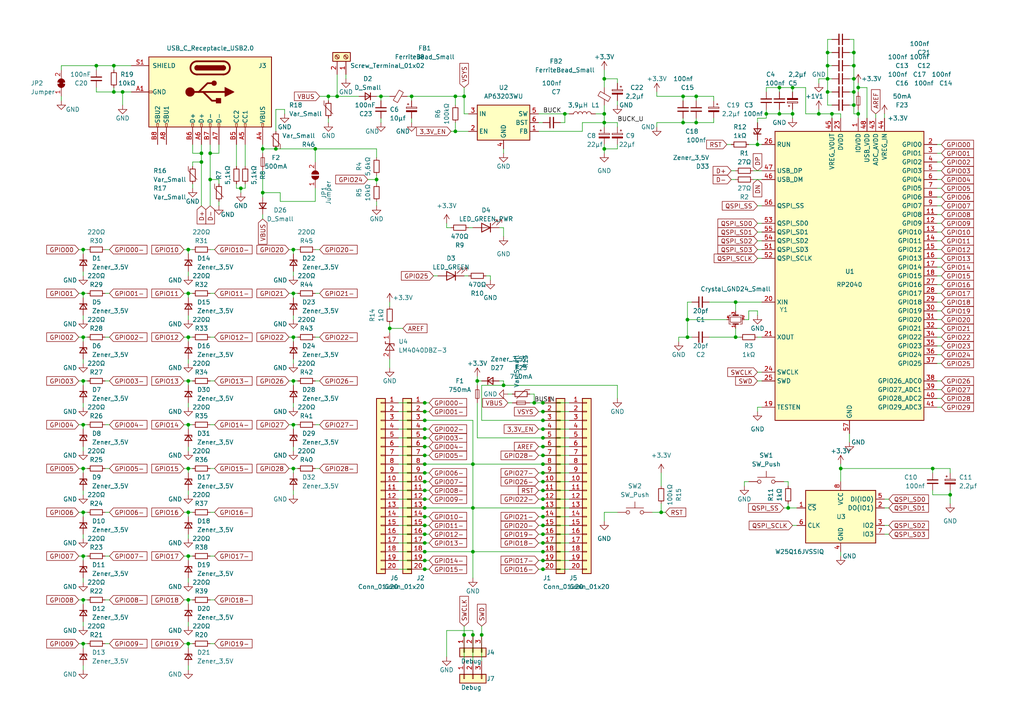
<source format=kicad_sch>
(kicad_sch (version 20230121) (generator eeschema)
  (paper "A4")
  (junction (at 157.48 157.48))
  (junction (at 54.61 148.59))
  (junction (at 24.13 173.99))
  (junction (at 123.19 149.86))
  (junction (at 24.13 97.79))
  (junction (at 157.48 132.08))
  (junction (at 199.39 92.71))
  (junction (at 123.19 132.08))
  (junction (at 24.13 186.69))
  (junction (at 248.92 33.02))
  (junction (at 146.05 111.76))
  (junction (at 76.2 55.88))
  (junction (at 201.93 35.56))
  (junction (at 138.43 110.49))
  (junction (at 123.19 165.1))
  (junction (at 24.13 161.29))
  (junction (at 199.39 97.79))
  (junction (at 157.48 162.56))
  (junction (at 85.09 110.49))
  (junction (at 123.19 129.54))
  (junction (at 157.48 119.38))
  (junction (at 157.48 154.94))
  (junction (at 229.87 33.02))
  (junction (at 123.19 154.94))
  (junction (at 54.61 72.39))
  (junction (at 157.48 129.54))
  (junction (at 157.48 160.02))
  (junction (at 175.26 22.86))
  (junction (at 123.19 124.46))
  (junction (at 240.03 26.67))
  (junction (at 54.61 173.99))
  (junction (at 60.96 52.07))
  (junction (at 243.84 135.89))
  (junction (at 123.19 116.84))
  (junction (at 157.48 149.86))
  (junction (at 226.06 33.02))
  (junction (at 247.65 26.67))
  (junction (at 113.03 95.25))
  (junction (at 24.13 85.09))
  (junction (at 91.44 43.18))
  (junction (at 123.19 119.38))
  (junction (at 33.02 19.05))
  (junction (at 157.48 121.92))
  (junction (at 123.19 134.62))
  (junction (at 123.19 127))
  (junction (at 247.65 19.05))
  (junction (at 132.08 27.94))
  (junction (at 157.48 139.7))
  (junction (at 157.48 147.32))
  (junction (at 85.09 123.19))
  (junction (at 134.62 184.15))
  (junction (at 275.59 143.51))
  (junction (at 157.48 127))
  (junction (at 247.65 22.86))
  (junction (at 219.71 41.91))
  (junction (at 157.48 124.46))
  (junction (at 237.49 33.02))
  (junction (at 154.94 116.84))
  (junction (at 137.16 147.32))
  (junction (at 54.61 123.19))
  (junction (at 198.12 27.94))
  (junction (at 163.83 33.02))
  (junction (at 175.26 43.18))
  (junction (at 175.26 35.56))
  (junction (at 201.93 27.94))
  (junction (at 241.3 33.02))
  (junction (at 228.6 147.32))
  (junction (at 54.61 135.89))
  (junction (at 58.42 46.99))
  (junction (at 157.48 116.84))
  (junction (at 123.19 152.4))
  (junction (at 247.65 30.48))
  (junction (at 80.01 43.18))
  (junction (at 119.38 27.94))
  (junction (at 134.62 27.94))
  (junction (at 123.19 147.32))
  (junction (at 270.51 135.89))
  (junction (at 54.61 110.49))
  (junction (at 240.03 19.05))
  (junction (at 137.16 184.15))
  (junction (at 123.19 160.02))
  (junction (at 54.61 186.69))
  (junction (at 198.12 35.56))
  (junction (at 157.48 142.24))
  (junction (at 157.48 134.62))
  (junction (at 157.48 152.4))
  (junction (at 247.65 15.24))
  (junction (at 54.61 97.79))
  (junction (at 137.16 134.62))
  (junction (at 35.56 26.67))
  (junction (at 24.13 148.59))
  (junction (at 85.09 135.89))
  (junction (at 132.08 38.1))
  (junction (at 123.19 121.92))
  (junction (at 123.19 137.16))
  (junction (at 157.48 137.16))
  (junction (at 222.25 33.02))
  (junction (at 85.09 97.79))
  (junction (at 24.13 110.49))
  (junction (at 123.19 162.56))
  (junction (at 213.36 87.63))
  (junction (at 110.49 27.94))
  (junction (at 85.09 85.09))
  (junction (at 157.48 165.1))
  (junction (at 213.36 97.79))
  (junction (at 139.7 184.15))
  (junction (at 24.13 72.39))
  (junction (at 137.16 160.02))
  (junction (at 229.87 25.4))
  (junction (at 123.19 157.48))
  (junction (at 60.96 44.45))
  (junction (at 85.09 72.39))
  (junction (at 226.06 25.4))
  (junction (at 123.19 144.78))
  (junction (at 33.02 26.67))
  (junction (at 123.19 142.24))
  (junction (at 191.77 148.59))
  (junction (at 97.79 27.94))
  (junction (at 240.03 15.24))
  (junction (at 123.19 139.7))
  (junction (at 24.13 135.89))
  (junction (at 95.25 27.94))
  (junction (at 54.61 161.29))
  (junction (at 109.22 52.07))
  (junction (at 76.2 43.18))
  (junction (at 240.03 22.86))
  (junction (at 69.85 54.61))
  (junction (at 24.13 123.19))
  (junction (at 175.26 33.02))
  (junction (at 248.92 25.4))
  (junction (at 54.61 85.09))
  (junction (at 27.94 19.05))
  (junction (at 157.48 144.78))
  (junction (at 58.42 44.45))
  (wire (pts (xy 55.88 161.29) (xy 54.61 161.29)))
  (wire (pts (xy 165.1 165.1) (xy 157.48 165.1)))
  (wire (pts (xy 271.78 80.01) (xy 273.05 80.01)))
  (wire (pts (xy 27.94 20.32) (xy 27.94 19.05)))
  (wire (pts (xy 240.03 11.43) (xy 240.03 15.24)))
  (wire (pts (xy 219.71 64.77) (xy 220.98 64.77)))
  (wire (pts (xy 24.13 110.49) (xy 24.13 111.76)))
  (wire (pts (xy 139.7 111.76) (xy 139.7 121.92)))
  (wire (pts (xy 76.2 55.88) (xy 76.2 57.15)))
  (wire (pts (xy 213.36 87.63) (xy 220.98 87.63)))
  (wire (pts (xy 124.46 119.38) (xy 123.19 119.38)))
  (wire (pts (xy 113.03 95.25) (xy 116.84 95.25)))
  (wire (pts (xy 119.38 27.94) (xy 119.38 29.21)))
  (wire (pts (xy 81.28 55.88) (xy 81.28 58.42)))
  (wire (pts (xy 71.12 41.91) (xy 71.12 48.26)))
  (wire (pts (xy 222.25 25.4) (xy 226.06 25.4)))
  (wire (pts (xy 222.25 33.02) (xy 226.06 33.02)))
  (wire (pts (xy 115.57 132.08) (xy 123.19 132.08)))
  (wire (pts (xy 115.57 129.54) (xy 123.19 129.54)))
  (wire (pts (xy 147.32 114.3) (xy 148.59 114.3)))
  (wire (pts (xy 142.24 80.01) (xy 140.97 80.01)))
  (wire (pts (xy 198.12 34.29) (xy 198.12 35.56)))
  (wire (pts (xy 271.78 54.61) (xy 273.05 54.61)))
  (wire (pts (xy 55.88 148.59) (xy 54.61 148.59)))
  (wire (pts (xy 30.48 72.39) (xy 31.75 72.39)))
  (wire (pts (xy 207.01 29.21) (xy 207.01 27.94)))
  (wire (pts (xy 228.6 139.7) (xy 228.6 140.97)))
  (wire (pts (xy 24.13 193.04) (xy 24.13 194.31)))
  (wire (pts (xy 241.3 30.48) (xy 240.03 30.48)))
  (wire (pts (xy 191.77 146.05) (xy 191.77 148.59)))
  (wire (pts (xy 219.71 90.17) (xy 219.71 91.44)))
  (wire (pts (xy 22.86 85.09) (xy 24.13 85.09)))
  (wire (pts (xy 113.03 95.25) (xy 113.03 96.52)))
  (wire (pts (xy 233.68 25.4) (xy 233.68 33.02)))
  (wire (pts (xy 115.57 152.4) (xy 123.19 152.4)))
  (wire (pts (xy 271.78 113.03) (xy 273.05 113.03)))
  (wire (pts (xy 219.71 72.39) (xy 220.98 72.39)))
  (wire (pts (xy 247.65 11.43) (xy 247.65 15.24)))
  (wire (pts (xy 251.46 34.29) (xy 251.46 25.4)))
  (wire (pts (xy 55.88 53.34) (xy 55.88 54.61)))
  (wire (pts (xy 30.48 173.99) (xy 31.75 173.99)))
  (wire (pts (xy 137.16 182.88) (xy 129.54 182.88)))
  (wire (pts (xy 218.44 49.53) (xy 220.98 49.53)))
  (wire (pts (xy 144.78 110.49) (xy 146.05 110.49)))
  (wire (pts (xy 85.09 129.54) (xy 85.09 130.81)))
  (wire (pts (xy 132.08 35.56) (xy 132.08 38.1)))
  (wire (pts (xy 54.61 135.89) (xy 54.61 137.16)))
  (wire (pts (xy 60.96 135.89) (xy 62.23 135.89)))
  (wire (pts (xy 55.88 173.99) (xy 54.61 173.99)))
  (wire (pts (xy 24.13 72.39) (xy 24.13 73.66)))
  (wire (pts (xy 25.4 110.49) (xy 24.13 110.49)))
  (wire (pts (xy 63.5 53.34) (xy 63.5 52.07)))
  (wire (pts (xy 85.09 142.24) (xy 85.09 143.51)))
  (wire (pts (xy 226.06 26.67) (xy 226.06 25.4)))
  (wire (pts (xy 213.36 97.79) (xy 214.63 97.79)))
  (wire (pts (xy 226.06 31.75) (xy 226.06 33.02)))
  (wire (pts (xy 191.77 148.59) (xy 193.04 148.59)))
  (wire (pts (xy 91.44 97.79) (xy 92.71 97.79)))
  (wire (pts (xy 247.65 30.48) (xy 247.65 26.67)))
  (wire (pts (xy 200.66 97.79) (xy 199.39 97.79)))
  (wire (pts (xy 165.1 147.32) (xy 157.48 147.32)))
  (wire (pts (xy 154.94 114.3) (xy 154.94 116.84)))
  (wire (pts (xy 33.02 25.4) (xy 33.02 26.67)))
  (wire (pts (xy 156.21 144.78) (xy 157.48 144.78)))
  (wire (pts (xy 91.44 85.09) (xy 92.71 85.09)))
  (wire (pts (xy 271.78 59.69) (xy 273.05 59.69)))
  (wire (pts (xy 243.84 135.89) (xy 243.84 139.7)))
  (wire (pts (xy 22.86 135.89) (xy 24.13 135.89)))
  (wire (pts (xy 60.96 97.79) (xy 62.23 97.79)))
  (wire (pts (xy 237.49 31.75) (xy 237.49 33.02)))
  (wire (pts (xy 162.56 35.56) (xy 163.83 35.56)))
  (wire (pts (xy 97.79 21.59) (xy 97.79 27.94)))
  (wire (pts (xy 175.26 35.56) (xy 175.26 36.83)))
  (wire (pts (xy 86.36 123.19) (xy 85.09 123.19)))
  (wire (pts (xy 137.16 134.62) (xy 137.16 121.92)))
  (wire (pts (xy 115.57 127) (xy 123.19 127)))
  (wire (pts (xy 165.1 154.94) (xy 157.48 154.94)))
  (wire (pts (xy 124.46 124.46) (xy 123.19 124.46)))
  (wire (pts (xy 271.78 77.47) (xy 273.05 77.47)))
  (wire (pts (xy 132.08 27.94) (xy 132.08 30.48)))
  (wire (pts (xy 165.1 116.84) (xy 157.48 116.84)))
  (wire (pts (xy 83.82 85.09) (xy 85.09 85.09)))
  (wire (pts (xy 217.17 139.7) (xy 215.9 139.7)))
  (wire (pts (xy 76.2 41.91) (xy 76.2 43.18)))
  (wire (pts (xy 156.21 35.56) (xy 157.48 35.56)))
  (wire (pts (xy 54.61 116.84) (xy 54.61 118.11)))
  (wire (pts (xy 165.1 142.24) (xy 157.48 142.24)))
  (wire (pts (xy 275.59 143.51) (xy 275.59 146.05)))
  (wire (pts (xy 33.02 26.67) (xy 35.56 26.67)))
  (wire (pts (xy 240.03 19.05) (xy 241.3 19.05)))
  (wire (pts (xy 219.71 59.69) (xy 220.98 59.69)))
  (wire (pts (xy 53.34 186.69) (xy 54.61 186.69)))
  (wire (pts (xy 156.21 33.02) (xy 163.83 33.02)))
  (wire (pts (xy 247.65 30.48) (xy 247.65 33.02)))
  (wire (pts (xy 207.01 34.29) (xy 207.01 35.56)))
  (wire (pts (xy 54.61 161.29) (xy 54.61 162.56)))
  (wire (pts (xy 275.59 137.16) (xy 275.59 135.89)))
  (wire (pts (xy 95.25 27.94) (xy 95.25 29.21)))
  (wire (pts (xy 86.36 85.09) (xy 85.09 85.09)))
  (wire (pts (xy 271.78 52.07) (xy 273.05 52.07)))
  (wire (pts (xy 156.21 139.7) (xy 157.48 139.7)))
  (wire (pts (xy 228.6 146.05) (xy 228.6 147.32)))
  (wire (pts (xy 53.34 72.39) (xy 54.61 72.39)))
  (wire (pts (xy 60.96 72.39) (xy 62.23 72.39)))
  (wire (pts (xy 129.54 182.88) (xy 129.54 190.5)))
  (wire (pts (xy 25.4 148.59) (xy 24.13 148.59)))
  (wire (pts (xy 30.48 97.79) (xy 31.75 97.79)))
  (wire (pts (xy 243.84 33.02) (xy 241.3 33.02)))
  (wire (pts (xy 271.78 110.49) (xy 273.05 110.49)))
  (wire (pts (xy 124.46 127) (xy 123.19 127)))
  (wire (pts (xy 91.44 135.89) (xy 92.71 135.89)))
  (wire (pts (xy 85.09 91.44) (xy 85.09 92.71)))
  (wire (pts (xy 175.26 20.32) (xy 175.26 22.86)))
  (wire (pts (xy 165.1 149.86) (xy 157.48 149.86)))
  (wire (pts (xy 86.36 72.39) (xy 85.09 72.39)))
  (wire (pts (xy 118.11 27.94) (xy 119.38 27.94)))
  (wire (pts (xy 198.12 35.56) (xy 201.93 35.56)))
  (wire (pts (xy 165.1 121.92) (xy 157.48 121.92)))
  (wire (pts (xy 24.13 104.14) (xy 24.13 105.41)))
  (wire (pts (xy 109.22 27.94) (xy 110.49 27.94)))
  (wire (pts (xy 271.78 95.25) (xy 273.05 95.25)))
  (wire (pts (xy 82.55 33.02) (xy 82.55 31.75)))
  (wire (pts (xy 124.46 157.48) (xy 123.19 157.48)))
  (wire (pts (xy 222.25 33.02) (xy 222.25 34.29)))
  (wire (pts (xy 229.87 152.4) (xy 231.14 152.4)))
  (wire (pts (xy 130.81 38.1) (xy 132.08 38.1)))
  (wire (pts (xy 134.62 33.02) (xy 134.62 27.94)))
  (wire (pts (xy 54.61 148.59) (xy 54.61 149.86)))
  (wire (pts (xy 24.13 186.69) (xy 24.13 187.96)))
  (wire (pts (xy 271.78 87.63) (xy 273.05 87.63)))
  (wire (pts (xy 246.38 125.73) (xy 246.38 128.27)))
  (wire (pts (xy 83.82 97.79) (xy 85.09 97.79)))
  (wire (pts (xy 256.54 154.94) (xy 257.81 154.94)))
  (wire (pts (xy 115.57 139.7) (xy 123.19 139.7)))
  (wire (pts (xy 76.2 43.18) (xy 80.01 43.18)))
  (wire (pts (xy 134.62 181.61) (xy 134.62 184.15)))
  (wire (pts (xy 270.51 135.89) (xy 275.59 135.89)))
  (wire (pts (xy 237.49 24.13) (xy 237.49 22.86)))
  (wire (pts (xy 24.13 91.44) (xy 24.13 92.71)))
  (wire (pts (xy 55.88 135.89) (xy 54.61 135.89)))
  (wire (pts (xy 134.62 25.4) (xy 134.62 27.94)))
  (wire (pts (xy 30.48 110.49) (xy 31.75 110.49)))
  (wire (pts (xy 129.54 66.04) (xy 130.81 66.04)))
  (wire (pts (xy 190.5 27.94) (xy 198.12 27.94)))
  (wire (pts (xy 60.96 148.59) (xy 62.23 148.59)))
  (wire (pts (xy 91.44 54.61) (xy 91.44 58.42)))
  (wire (pts (xy 217.17 92.71) (xy 217.17 90.17)))
  (wire (pts (xy 85.09 123.19) (xy 85.09 124.46)))
  (wire (pts (xy 85.09 135.89) (xy 85.09 137.16)))
  (wire (pts (xy 24.13 129.54) (xy 24.13 130.81)))
  (wire (pts (xy 205.74 87.63) (xy 213.36 87.63)))
  (wire (pts (xy 25.4 85.09) (xy 24.13 85.09)))
  (wire (pts (xy 163.83 35.56) (xy 163.83 33.02)))
  (wire (pts (xy 115.57 142.24) (xy 123.19 142.24)))
  (wire (pts (xy 33.02 19.05) (xy 38.1 19.05)))
  (wire (pts (xy 147.32 116.84) (xy 148.59 116.84)))
  (wire (pts (xy 271.78 97.79) (xy 273.05 97.79)))
  (wire (pts (xy 246.38 11.43) (xy 247.65 11.43)))
  (wire (pts (xy 80.01 43.18) (xy 91.44 43.18)))
  (wire (pts (xy 248.92 33.02) (xy 248.92 34.29)))
  (wire (pts (xy 165.1 119.38) (xy 157.48 119.38)))
  (wire (pts (xy 135.89 80.01) (xy 134.62 80.01)))
  (wire (pts (xy 165.1 139.7) (xy 157.48 139.7)))
  (wire (pts (xy 22.86 173.99) (xy 24.13 173.99)))
  (wire (pts (xy 271.78 41.91) (xy 273.05 41.91)))
  (wire (pts (xy 55.88 123.19) (xy 54.61 123.19)))
  (wire (pts (xy 55.88 46.99) (xy 58.42 46.99)))
  (wire (pts (xy 217.17 90.17) (xy 219.71 90.17)))
  (wire (pts (xy 175.26 148.59) (xy 175.26 151.13)))
  (wire (pts (xy 201.93 27.94) (xy 201.93 29.21)))
  (wire (pts (xy 24.13 78.74) (xy 24.13 80.01)))
  (wire (pts (xy 91.44 72.39) (xy 92.71 72.39)))
  (wire (pts (xy 175.26 22.86) (xy 179.07 22.86)))
  (wire (pts (xy 69.85 54.61) (xy 71.12 54.61)))
  (wire (pts (xy 53.34 135.89) (xy 54.61 135.89)))
  (wire (pts (xy 30.48 148.59) (xy 31.75 148.59)))
  (wire (pts (xy 110.49 27.94) (xy 113.03 27.94)))
  (wire (pts (xy 123.19 134.62) (xy 137.16 134.62)))
  (wire (pts (xy 196.85 97.79) (xy 196.85 99.06)))
  (wire (pts (xy 27.94 26.67) (xy 33.02 26.67)))
  (wire (pts (xy 254 33.02) (xy 254 34.29)))
  (wire (pts (xy 58.42 44.45) (xy 58.42 46.99)))
  (wire (pts (xy 25.4 161.29) (xy 24.13 161.29)))
  (wire (pts (xy 115.57 147.32) (xy 123.19 147.32)))
  (wire (pts (xy 247.65 33.02) (xy 248.92 33.02)))
  (wire (pts (xy 91.44 123.19) (xy 92.71 123.19)))
  (wire (pts (xy 91.44 43.18) (xy 91.44 46.99)))
  (wire (pts (xy 156.21 142.24) (xy 157.48 142.24)))
  (wire (pts (xy 76.2 62.23) (xy 76.2 63.5)))
  (wire (pts (xy 124.46 154.94) (xy 123.19 154.94)))
  (wire (pts (xy 30.48 123.19) (xy 31.75 123.19)))
  (wire (pts (xy 60.96 41.91) (xy 60.96 44.45)))
  (wire (pts (xy 83.82 72.39) (xy 85.09 72.39)))
  (wire (pts (xy 165.1 127) (xy 157.48 127)))
  (wire (pts (xy 115.57 121.92) (xy 123.19 121.92)))
  (wire (pts (xy 54.61 142.24) (xy 54.61 143.51)))
  (wire (pts (xy 24.13 123.19) (xy 24.13 124.46)))
  (wire (pts (xy 124.46 162.56) (xy 123.19 162.56)))
  (wire (pts (xy 139.7 121.92) (xy 157.48 121.92)))
  (wire (pts (xy 22.86 161.29) (xy 24.13 161.29)))
  (wire (pts (xy 60.96 123.19) (xy 62.23 123.19)))
  (wire (pts (xy 27.94 19.05) (xy 33.02 19.05)))
  (wire (pts (xy 241.3 11.43) (xy 240.03 11.43)))
  (wire (pts (xy 109.22 45.72) (xy 109.22 43.18)))
  (wire (pts (xy 156.21 119.38) (xy 157.48 119.38)))
  (wire (pts (xy 153.67 116.84) (xy 154.94 116.84)))
  (wire (pts (xy 138.43 116.84) (xy 138.43 127)))
  (wire (pts (xy 240.03 22.86) (xy 241.3 22.86)))
  (wire (pts (xy 156.21 137.16) (xy 157.48 137.16)))
  (wire (pts (xy 219.71 69.85) (xy 220.98 69.85)))
  (wire (pts (xy 80.01 31.75) (xy 80.01 38.1)))
  (wire (pts (xy 243.84 160.02) (xy 243.84 161.29)))
  (wire (pts (xy 227.33 147.32) (xy 228.6 147.32)))
  (wire (pts (xy 233.68 33.02) (xy 237.49 33.02)))
  (wire (pts (xy 271.78 115.57) (xy 273.05 115.57)))
  (wire (pts (xy 115.57 134.62) (xy 123.19 134.62)))
  (wire (pts (xy 92.71 27.94) (xy 95.25 27.94)))
  (wire (pts (xy 68.58 41.91) (xy 68.58 48.26)))
  (wire (pts (xy 71.12 54.61) (xy 71.12 53.34)))
  (wire (pts (xy 124.46 129.54) (xy 123.19 129.54)))
  (wire (pts (xy 109.22 59.69) (xy 109.22 58.42)))
  (wire (pts (xy 25.4 186.69) (xy 24.13 186.69)))
  (wire (pts (xy 115.57 124.46) (xy 123.19 124.46)))
  (wire (pts (xy 30.48 186.69) (xy 31.75 186.69)))
  (wire (pts (xy 137.16 147.32) (xy 137.16 134.62)))
  (wire (pts (xy 97.79 27.94) (xy 104.14 27.94)))
  (wire (pts (xy 240.03 22.86) (xy 240.03 26.67)))
  (wire (pts (xy 179.07 29.21) (xy 179.07 30.48)))
  (wire (pts (xy 219.71 110.49) (xy 220.98 110.49)))
  (wire (pts (xy 110.49 34.29) (xy 110.49 35.56)))
  (wire (pts (xy 179.07 115.57) (xy 179.07 111.76)))
  (wire (pts (xy 76.2 55.88) (xy 81.28 55.88)))
  (wire (pts (xy 248.92 25.4) (xy 248.92 26.67)))
  (wire (pts (xy 22.86 110.49) (xy 24.13 110.49)))
  (wire (pts (xy 226.06 33.02) (xy 229.87 33.02)))
  (wire (pts (xy 229.87 31.75) (xy 229.87 33.02)))
  (wire (pts (xy 53.34 97.79) (xy 54.61 97.79)))
  (wire (pts (xy 124.46 149.86) (xy 123.19 149.86)))
  (wire (pts (xy 106.68 52.07) (xy 109.22 52.07)))
  (wire (pts (xy 81.28 58.42) (xy 91.44 58.42)))
  (wire (pts (xy 240.03 26.67) (xy 240.03 30.48)))
  (wire (pts (xy 271.78 72.39) (xy 273.05 72.39)))
  (wire (pts (xy 142.24 81.28) (xy 142.24 80.01)))
  (wire (pts (xy 22.86 97.79) (xy 24.13 97.79)))
  (wire (pts (xy 243.84 34.29) (xy 243.84 33.02)))
  (wire (pts (xy 53.34 123.19) (xy 54.61 123.19)))
  (wire (pts (xy 256.54 152.4) (xy 257.81 152.4)))
  (wire (pts (xy 237.49 33.02) (xy 241.3 33.02)))
  (wire (pts (xy 212.09 52.07) (xy 213.36 52.07)))
  (wire (pts (xy 54.61 110.49) (xy 54.61 111.76)))
  (wire (pts (xy 35.56 26.67) (xy 38.1 26.67)))
  (wire (pts (xy 54.61 167.64) (xy 54.61 168.91)))
  (wire (pts (xy 165.1 132.08) (xy 157.48 132.08)))
  (wire (pts (xy 271.78 100.33) (xy 273.05 100.33)))
  (wire (pts (xy 53.34 110.49) (xy 54.61 110.49)))
  (wire (pts (xy 156.21 129.54) (xy 157.48 129.54)))
  (wire (pts (xy 215.9 92.71) (xy 217.17 92.71)))
  (wire (pts (xy 69.85 55.88) (xy 69.85 54.61)))
  (wire (pts (xy 271.78 90.17) (xy 273.05 90.17)))
  (wire (pts (xy 175.26 30.48) (xy 175.26 33.02)))
  (wire (pts (xy 54.61 173.99) (xy 54.61 175.26)))
  (wire (pts (xy 100.33 21.59) (xy 100.33 22.86)))
  (wire (pts (xy 271.78 92.71) (xy 273.05 92.71)))
  (wire (pts (xy 271.78 44.45) (xy 273.05 44.45)))
  (wire (pts (xy 132.08 27.94) (xy 134.62 27.94)))
  (wire (pts (xy 248.92 24.13) (xy 248.92 25.4)))
  (wire (pts (xy 76.2 43.18) (xy 76.2 44.45)))
  (wire (pts (xy 190.5 35.56) (xy 198.12 35.56)))
  (wire (pts (xy 156.21 149.86) (xy 157.48 149.86)))
  (wire (pts (xy 24.13 148.59) (xy 24.13 149.86)))
  (wire (pts (xy 240.03 19.05) (xy 240.03 22.86)))
  (wire (pts (xy 256.54 147.32) (xy 257.81 147.32)))
  (wire (pts (xy 189.23 148.59) (xy 191.77 148.59)))
  (wire (pts (xy 219.71 41.91) (xy 220.98 41.91)))
  (wire (pts (xy 83.82 135.89) (xy 85.09 135.89)))
  (wire (pts (xy 179.07 24.13) (xy 179.07 22.86)))
  (wire (pts (xy 33.02 19.05) (xy 33.02 20.32)))
  (wire (pts (xy 199.39 87.63) (xy 200.66 87.63)))
  (wire (pts (xy 175.26 41.91) (xy 175.26 43.18)))
  (wire (pts (xy 201.93 27.94) (xy 207.01 27.94)))
  (wire (pts (xy 55.88 85.09) (xy 54.61 85.09)))
  (wire (pts (xy 271.78 85.09) (xy 273.05 85.09)))
  (wire (pts (xy 139.7 181.61) (xy 139.7 184.15)))
  (wire (pts (xy 86.36 97.79) (xy 85.09 97.79)))
  (wire (pts (xy 271.78 49.53) (xy 273.05 49.53)))
  (wire (pts (xy 137.16 121.92) (xy 123.19 121.92)))
  (wire (pts (xy 95.25 34.29) (xy 95.25 35.56)))
  (wire (pts (xy 54.61 85.09) (xy 54.61 86.36)))
  (wire (pts (xy 165.1 134.62) (xy 157.48 134.62)))
  (wire (pts (xy 156.21 124.46) (xy 157.48 124.46)))
  (wire (pts (xy 124.46 142.24) (xy 123.19 142.24)))
  (wire (pts (xy 246.38 26.67) (xy 247.65 26.67)))
  (wire (pts (xy 137.16 167.64) (xy 137.16 160.02)))
  (wire (pts (xy 124.46 144.78) (xy 123.19 144.78)))
  (wire (pts (xy 113.03 87.63) (xy 113.03 88.9)))
  (wire (pts (xy 24.13 161.29) (xy 24.13 162.56)))
  (wire (pts (xy 217.17 41.91) (xy 219.71 41.91)))
  (wire (pts (xy 54.61 180.34) (xy 54.61 181.61)))
  (wire (pts (xy 24.13 85.09) (xy 24.13 86.36)))
  (wire (pts (xy 82.55 31.75) (xy 80.01 31.75)))
  (wire (pts (xy 271.78 67.31) (xy 273.05 67.31)))
  (wire (pts (xy 63.5 58.42) (xy 63.5 59.69)))
  (wire (pts (xy 138.43 127) (xy 157.48 127)))
  (wire (pts (xy 146.05 66.04) (xy 144.78 66.04)))
  (wire (pts (xy 198.12 29.21) (xy 198.12 27.94)))
  (wire (pts (xy 271.78 64.77) (xy 273.05 64.77)))
  (wire (pts (xy 109.22 50.8) (xy 109.22 52.07)))
  (wire (pts (xy 271.78 102.87) (xy 273.05 102.87)))
  (wire (pts (xy 229.87 26.67) (xy 229.87 25.4)))
  (wire (pts (xy 60.96 85.09) (xy 62.23 85.09)))
  (wire (pts (xy 146.05 110.49) (xy 146.05 111.76)))
  (wire (pts (xy 219.71 67.31) (xy 220.98 67.31)))
  (wire (pts (xy 179.07 35.56) (xy 175.26 35.56)))
  (wire (pts (xy 190.5 35.56) (xy 190.5 36.83)))
  (wire (pts (xy 30.48 161.29) (xy 31.75 161.29)))
  (wire (pts (xy 17.78 27.94) (xy 17.78 29.21)))
  (wire (pts (xy 275.59 143.51) (xy 275.59 142.24)))
  (wire (pts (xy 83.82 123.19) (xy 85.09 123.19)))
  (wire (pts (xy 17.78 20.32) (xy 17.78 19.05)))
  (wire (pts (xy 218.44 52.07) (xy 220.98 52.07)))
  (wire (pts (xy 124.46 137.16) (xy 123.19 137.16)))
  (wire (pts (xy 17.78 19.05) (xy 27.94 19.05)))
  (wire (pts (xy 85.09 116.84) (xy 85.09 118.11)))
  (wire (pts (xy 115.57 116.84) (xy 123.19 116.84)))
  (wire (pts (xy 165.1 137.16) (xy 157.48 137.16)))
  (wire (pts (xy 54.61 97.79) (xy 54.61 99.06)))
  (wire (pts (xy 55.88 44.45) (xy 58.42 44.45)))
  (wire (pts (xy 55.88 41.91) (xy 55.88 44.45)))
  (wire (pts (xy 175.26 22.86) (xy 175.26 25.4)))
  (wire (pts (xy 113.03 93.98) (xy 113.03 95.25)))
  (wire (pts (xy 54.61 154.94) (xy 54.61 156.21)))
  (wire (pts (xy 237.49 22.86) (xy 240.03 22.86)))
  (wire (pts (xy 22.86 148.59) (xy 24.13 148.59)))
  (wire (pts (xy 179.07 43.18) (xy 175.26 43.18)))
  (wire (pts (xy 124.46 132.08) (xy 123.19 132.08)))
  (wire (pts (xy 83.82 110.49) (xy 85.09 110.49)))
  (wire (pts (xy 109.22 52.07) (xy 109.22 53.34)))
  (wire (pts (xy 91.44 110.49) (xy 92.71 110.49)))
  (wire (pts (xy 54.61 123.19) (xy 54.61 124.46)))
  (wire (pts (xy 24.13 154.94) (xy 24.13 156.21)))
  (wire (pts (xy 24.13 167.64) (xy 24.13 168.91)))
  (wire (pts (xy 271.78 74.93) (xy 273.05 74.93)))
  (wire (pts (xy 115.57 137.16) (xy 123.19 137.16)))
  (wire (pts (xy 25.4 97.79) (xy 24.13 97.79)))
  (wire (pts (xy 24.13 116.84) (xy 24.13 118.11)))
  (wire (pts (xy 271.78 118.11) (xy 273.05 118.11)))
  (wire (pts (xy 248.92 31.75) (xy 248.92 33.02)))
  (wire (pts (xy 220.98 118.11) (xy 219.71 118.11)))
  (wire (pts (xy 123.19 160.02) (xy 137.16 160.02)))
  (wire (pts (xy 201.93 34.29) (xy 201.93 35.56)))
  (wire (pts (xy 153.67 114.3) (xy 154.94 114.3)))
  (wire (pts (xy 251.46 25.4) (xy 248.92 25.4)))
  (wire (pts (xy 54.61 186.69) (xy 54.61 187.96)))
  (wire (pts (xy 95.25 27.94) (xy 97.79 27.94)))
  (wire (pts (xy 54.61 104.14) (xy 54.61 105.41)))
  (wire (pts (xy 115.57 154.94) (xy 123.19 154.94)))
  (wire (pts (xy 256.54 144.78) (xy 257.81 144.78)))
  (wire (pts (xy 270.51 142.24) (xy 270.51 143.51)))
  (wire (pts (xy 63.5 41.91) (xy 63.5 44.45)))
  (wire (pts (xy 137.16 160.02) (xy 157.48 160.02)))
  (wire (pts (xy 271.78 82.55) (xy 273.05 82.55)))
  (wire (pts (xy 228.6 139.7) (xy 227.33 139.7)))
  (wire (pts (xy 156.21 165.1) (xy 157.48 165.1)))
  (wire (pts (xy 60.96 186.69) (xy 62.23 186.69)))
  (wire (pts (xy 205.74 97.79) (xy 213.36 97.79)))
  (wire (pts (xy 115.57 149.86) (xy 123.19 149.86)))
  (wire (pts (xy 228.6 147.32) (xy 231.14 147.32)))
  (wire (pts (xy 198.12 27.94) (xy 201.93 27.94)))
  (wire (pts (xy 25.4 123.19) (xy 24.13 123.19)))
  (wire (pts (xy 76.2 49.53) (xy 76.2 55.88)))
  (wire (pts (xy 190.5 26.67) (xy 190.5 27.94)))
  (wire (pts (xy 199.39 87.63) (xy 199.39 92.71)))
  (wire (pts (xy 156.21 152.4) (xy 157.48 152.4)))
  (wire (pts (xy 240.03 15.24) (xy 240.03 19.05)))
  (wire (pts (xy 219.71 97.79) (xy 220.98 97.79)))
  (wire (pts (xy 163.83 33.02) (xy 165.1 33.02)))
  (wire (pts (xy 123.19 147.32) (xy 137.16 147.32)))
  (wire (pts (xy 53.34 161.29) (xy 54.61 161.29)))
  (wire (pts (xy 199.39 92.71) (xy 199.39 97.79)))
  (wire (pts (xy 226.06 25.4) (xy 229.87 25.4)))
  (wire (pts (xy 24.13 173.99) (xy 24.13 175.26)))
  (wire (pts (xy 60.96 44.45) (xy 60.96 52.07)))
  (wire (pts (xy 146.05 68.58) (xy 146.05 66.04)))
  (wire (pts (xy 246.38 22.86) (xy 247.65 22.86)))
  (wire (pts (xy 179.07 41.91) (xy 179.07 43.18)))
  (wire (pts (xy 24.13 142.24) (xy 24.13 143.51)))
  (wire (pts (xy 154.94 116.84) (xy 157.48 116.84)))
  (wire (pts (xy 219.71 118.11) (xy 219.71 119.38)))
  (wire (pts (xy 124.46 116.84) (xy 123.19 116.84)))
  (wire (pts (xy 247.65 19.05) (xy 247.65 22.86)))
  (wire (pts (xy 68.58 53.34) (xy 68.58 54.61)))
  (wire (pts (xy 138.43 109.22) (xy 138.43 110.49)))
  (wire (pts (xy 179.07 36.83) (xy 179.07 35.56)))
  (wire (pts (xy 85.09 104.14) (xy 85.09 105.41)))
  (wire (pts (xy 119.38 27.94) (xy 132.08 27.94)))
  (wire (pts (xy 137.16 147.32) (xy 157.48 147.32)))
  (wire (pts (xy 85.09 78.74) (xy 85.09 80.01)))
  (wire (pts (xy 25.4 135.89) (xy 24.13 135.89)))
  (wire (pts (xy 247.65 22.86) (xy 247.65 26.67)))
  (wire (pts (xy 168.91 35.56) (xy 175.26 35.56)))
  (wire (pts (xy 219.71 74.93) (xy 220.98 74.93)))
  (wire (pts (xy 165.1 162.56) (xy 157.48 162.56)))
  (wire (pts (xy 115.57 160.02) (xy 123.19 160.02)))
  (wire (pts (xy 60.96 173.99) (xy 62.23 173.99)))
  (wire (pts (xy 270.51 143.51) (xy 275.59 143.51)))
  (wire (pts (xy 86.36 110.49) (xy 85.09 110.49)))
  (wire (pts (xy 246.38 19.05) (xy 247.65 19.05)))
  (wire (pts (xy 156.21 162.56) (xy 157.48 162.56)))
  (wire (pts (xy 191.77 137.16) (xy 191.77 140.97)))
  (wire (pts (xy 165.1 124.46) (xy 157.48 124.46)))
  (wire (pts (xy 213.36 95.25) (xy 213.36 97.79)))
  (wire (pts (xy 165.1 129.54) (xy 157.48 129.54)))
  (wire (pts (xy 124.46 152.4) (xy 123.19 152.4)))
  (wire (pts (xy 241.3 33.02) (xy 241.3 34.29)))
  (wire (pts (xy 219.71 34.29) (xy 222.25 34.29)))
  (wire (pts (xy 129.54 64.77) (xy 129.54 66.04)))
  (wire (pts (xy 134.62 191.77) (xy 134.62 184.15)))
  (wire (pts (xy 68.58 54.61) (xy 69.85 54.61)))
  (wire (pts (xy 63.5 52.07) (xy 60.96 52.07)))
  (wire (pts (xy 54.61 78.74) (xy 54.61 80.01)))
  (wire (pts (xy 60.96 44.45) (xy 63.5 44.45)))
  (wire (pts (xy 271.78 46.99) (xy 273.05 46.99)))
  (wire (pts (xy 125.73 80.01) (xy 127 80.01)))
  (wire (pts (xy 135.89 33.02) (xy 134.62 33.02)))
  (wire (pts (xy 256.54 33.02) (xy 256.54 34.29)))
  (wire (pts (xy 146.05 43.18) (xy 146.05 44.45)))
  (wire (pts (xy 241.3 15.24) (xy 240.03 15.24)))
  (wire (pts (xy 196.85 97.79) (xy 199.39 97.79)))
  (wire (pts (xy 179.07 111.76) (xy 146.05 111.76)))
  (wire (pts (xy 55.88 110.49) (xy 54.61 110.49)))
  (wire (pts (xy 55.88 186.69) (xy 54.61 186.69)))
  (wire (pts (xy 246.38 30.48) (xy 247.65 30.48)))
  (wire (pts (xy 201.93 35.56) (xy 207.01 35.56)))
  (wire (pts (xy 222.25 26.67) (xy 222.25 25.4)))
  (wire (pts (xy 229.87 34.29) (xy 229.87 33.02)))
  (wire (pts (xy 54.61 193.04) (xy 54.61 194.31)))
  (wire (pts (xy 53.34 148.59) (xy 54.61 148.59)))
  (wire (pts (xy 132.08 38.1) (xy 135.89 38.1)))
  (wire (pts (xy 156.21 157.48) (xy 157.48 157.48)))
  (wire (pts (xy 165.1 152.4) (xy 157.48 152.4)))
  (wire (pts (xy 55.88 72.39) (xy 54.61 72.39)))
  (wire (pts (xy 271.78 69.85) (xy 273.05 69.85)))
  (wire (pts (xy 137.16 160.02) (xy 137.16 147.32)))
  (wire (pts (xy 243.84 134.62) (xy 243.84 135.89)))
  (wire (pts (xy 219.71 40.64) (xy 219.71 41.91)))
  (wire (pts (xy 109.22 43.18) (xy 91.44 43.18)))
  (wire (pts (xy 219.71 35.56) (xy 219.71 34.29)))
  (wire (pts (xy 229.87 25.4) (xy 233.68 25.4)))
  (wire (pts (xy 55.88 48.26) (xy 55.88 46.99)))
  (wire (pts (xy 54.61 91.44) (xy 54.61 92.71)))
  (wire (pts (xy 30.48 85.09) (xy 31.75 85.09)))
  (wire (pts (xy 54.61 72.39) (xy 54.61 73.66)))
  (wire (pts (xy 137.16 191.77) (xy 137.16 184.15)))
  (wire (pts (xy 137.16 134.62) (xy 157.48 134.62)))
  (wire (pts (xy 271.78 105.41) (xy 273.05 105.41)))
  (wire (pts (xy 115.57 157.48) (xy 123.19 157.48)))
  (wire (pts (xy 60.96 110.49) (xy 62.23 110.49)))
  (wire (pts (xy 165.1 157.48) (xy 157.48 157.48)))
  (wire (pts (xy 55.88 97.79) (xy 54.61 97.79)))
  (wire (pts (xy 58.42 44.45) (xy 58.42 41.91)))
  (wire (pts (xy 175.26 43.18) (xy 175.26 44.45)))
  (wire (pts (xy 85.09 72.39) (xy 85.09 73.66)))
  (wire (pts (xy 219.71 107.95) (xy 220.98 107.95)))
  (wire (pts (xy 175.26 33.02) (xy 175.26 35.56)))
  (wire (pts (xy 22.86 186.69) (xy 24.13 186.69)))
  (wire (pts (xy 213.36 87.63) (xy 213.36 90.17)))
  (wire (pts (xy 138.43 111.76) (xy 138.43 110.49)))
  (wire (pts (xy 85.09 97.79) (xy 85.09 99.06)))
  (wire (pts (xy 270.51 135.89) (xy 270.51 137.16)))
  (wire (pts (xy 27.94 25.4) (xy 27.94 26.67)))
  (wire (pts (xy 30.48 135.89) (xy 31.75 135.89)))
  (wire (pts (xy 222.25 31.75) (xy 222.25 33.02)))
  (wire (pts (xy 247.65 15.24) (xy 247.65 19.05)))
  (wire (pts (xy 115.57 165.1) (xy 123.19 165.1)))
  (wire (pts (xy 271.78 57.15) (xy 273.05 57.15)))
  (wire (pts (xy 25.4 72.39) (xy 24.13 72.39)))
  (wire (pts (xy 165.1 144.78) (xy 157.48 144.78)))
  (wire (pts (xy 165.1 160.02) (xy 157.48 160.02)))
  (wire (pts (xy 156.21 38.1) (xy 168.91 38.1)))
  (wire (pts (xy 124.46 165.1) (xy 123.19 165.1)))
  (wire (pts (xy 53.34 173.99) (xy 54.61 173.99)))
  (wire (pts (xy 156.21 132.08) (xy 157.48 132.08)))
  (wire (pts (xy 124.46 139.7) (xy 123.19 139.7)))
  (wire (pts (xy 212.09 49.53) (xy 213.36 49.53)))
  (wire (pts (xy 246.38 15.24) (xy 247.65 15.24)))
  (wire (pts (xy 25.4 173.99) (xy 24.13 173.99)))
  (wire (pts (xy 243.84 135.89) (xy 270.51 135.89)))
  (wire (pts (xy 137.16 184.15) (xy 137.16 182.88)))
  (wire (pts (xy 119.38 34.29) (xy 119.38 35.56)))
  (wire (pts (xy 215.9 139.7) (xy 215.9 140.97)))
  (wire (pts (xy 22.86 72.39) (xy 24.13 72.39)))
  (wire (pts (xy 175.26 148.59) (xy 179.07 148.59)))
  (wire (pts (xy 110.49 27.94) (xy 110.49 29.21)))
  (wire (pts (xy 35.56 26.67) (xy 35.56 30.48)))
  (wire (pts (xy 271.78 62.23) (xy 273.05 62.23)))
  (wire (pts (xy 60.96 161.29) (xy 62.23 161.29)))
  (wire (pts (xy 115.57 144.78) (xy 123.19 144.78)))
  (wire (pts (xy 54.61 129.54) (xy 54.61 130.81)))
  (wire (pts (xy 240.03 26.67) (xy 241.3 26.67)))
  (wire (pts (xy 210.82 41.91) (xy 212.09 41.91)))
  (wire (pts (xy 58.42 46.99) (xy 58.42 59.69)))
  (wire (pts (xy 139.7 191.77) (xy 139.7 184.15)))
  (wire (pts (xy 24.13 180.34) (xy 24.13 181.61)))
  (wire (pts (xy 115.57 162.56) (xy 123.19 162.56)))
  (wire (pts (xy 60.96 52.07) (xy 60.96 59.69)))
  (wire (pts (xy 138.43 110.49) (xy 139.7 110.49)))
  (wire (pts (xy 172.72 33.02) (xy 175.26 33.02)))
  (wire (pts (xy 24.13 97.79) (xy 24.13 99.06)))
  (wire (pts (xy 113.03 104.14) (xy 113.03 106.68)))
  (wire (pts (xy 53.34 85.09) (xy 54.61 85.09)))
  (wire (pts (xy 22.86 123.19) (xy 24.13 123.19)))
  (wire (pts (xy 24.13 135.89) (xy 24.13 137.16)))
  (wire (pts (xy 156.21 154.94) (xy 157.48 154.94)))
  (wire (pts (xy 86.36 135.89) (xy 85.09 135.89)))
  (wire (pts (xy 85.09 85.09) (xy 85.09 86.36)))
  (wire (pts (xy 115.57 119.38) (xy 123.19 119.38)))
  (wire (pts (xy 139.7 111.76) (xy 146.05 111.76)))
  (wire (pts (xy 135.89 66.04) (xy 137.16 66.04)))
  (wire (pts (xy 85.09 110.49) (xy 85.09 111.76)))
  (wire (pts (xy 199.39 92.71) (xy 210.82 92.71)))
  (wire (pts (xy 168.91 38.1) (xy 168.91 35.56)))
  (label "BUCK" (at 157.48 33.02 0))
  (label "BUSIN" (at 154.94 116.84 0))
  (label "BUCK_U" (at 179.07 35.56 0))
  (global_label "GPIO15-" (shape input) (at 124.46 165.1 0) (property "Intersheetrefs" "${INTERSHEET_REFS}" (effects hide)))
  (global_label "GPIO13-" (shape input) (at 62.23 110.49 0) (property "Intersheetrefs" "${INTERSHEET_REFS}" (effects hide)))
  (global_label "GPIO12" (shape input) (at 273.05 72.39 0) (property "Intersheetrefs" "${INTERSHEET_REFS}" (effects hide)))
  (global_label "GPIO17-" (shape input) (at 62.23 161.29 0) (property "Intersheetrefs" "${INTERSHEET_REFS}" (effects hide)))
  (global_label "GPIO14" (shape input) (at 273.05 77.47 0) (property "Intersheetrefs" "${INTERSHEET_REFS}" (effects hide)))
  (global_label "GPIO17" (shape input) (at 53.34 161.29 180) (property "Intersheetrefs" "${INTERSHEET_REFS}" (effects hide)))
  (global_label "GPIO00-" (shape input) (at 124.46 116.84 0) (property "Intersheetrefs" "${INTERSHEET_REFS}" (effects hide)))
  (global_label "GPIO05-" (shape input) (at 124.46 132.08 0) (property "Intersheetrefs" "${INTERSHEET_REFS}" (effects hide)))
  (global_label "QSPI_SD1" (shape input) (at 257.81 147.32 0) (property "Intersheetrefs" "${INTERSHEET_REFS}" (effects hide)))
  (global_label "D+" (shape input) (at 212.09 49.53 180) (property "Intersheetrefs" "${INTERSHEET_REFS}" (effects hide)))
  (global_label "GPIO00-" (shape input) (at 31.75 72.39 0) (property "Intersheetrefs" "${INTERSHEET_REFS}" (effects hide)))
  (global_label "GPIO04" (shape input) (at 273.05 52.07 0) (property "Intersheetrefs" "${INTERSHEET_REFS}" (effects hide)))
  (global_label "GPIO03" (shape input) (at 273.05 49.53 0) (property "Intersheetrefs" "${INTERSHEET_REFS}" (effects hide)))
  (global_label "GPIO02" (shape input) (at 22.86 97.79 180) (property "Intersheetrefs" "${INTERSHEET_REFS}" (effects hide)))
  (global_label "GPIO09" (shape input) (at 22.86 186.69 180) (property "Intersheetrefs" "${INTERSHEET_REFS}" (effects hide)))
  (global_label "GPIO08" (shape input) (at 22.86 173.99 180) (property "Intersheetrefs" "${INTERSHEET_REFS}" (effects hide)))
  (global_label "D-" (shape input) (at 212.09 52.07 180) (property "Intersheetrefs" "${INTERSHEET_REFS}" (effects hide)))
  (global_label "VSYS" (shape input) (at 134.62 25.4 90) (property "Intersheetrefs" "${INTERSHEET_REFS}" (effects hide)))
  (global_label "GPIO04-" (shape input) (at 124.46 129.54 0) (property "Intersheetrefs" "${INTERSHEET_REFS}" (effects hide)))
  (global_label "GPIO16" (shape input) (at 53.34 148.59 180) (property "Intersheetrefs" "${INTERSHEET_REFS}" (effects hide)))
  (global_label "GPIO27-" (shape input) (at 92.71 123.19 0) (property "Intersheetrefs" "${INTERSHEET_REFS}" (effects hide)))
  (global_label "GPIO12-" (shape input) (at 124.46 154.94 0) (property "Intersheetrefs" "${INTERSHEET_REFS}" (effects hide)))
  (global_label "GPIO06-" (shape input) (at 124.46 137.16 0) (property "Intersheetrefs" "${INTERSHEET_REFS}" (effects hide)))
  (global_label "DN" (shape input) (at 219.71 52.07 270) (property "Intersheetrefs" "${INTERSHEET_REFS}" (effects hide)))
  (global_label "GPIO28-" (shape input) (at 92.71 135.89 0) (property "Intersheetrefs" "${INTERSHEET_REFS}" (effects hide)))
  (global_label "GPIO05-" (shape input) (at 31.75 135.89 0) (property "Intersheetrefs" "${INTERSHEET_REFS}" (effects hide)))
  (global_label "GPIO11" (shape input) (at 273.05 69.85 0) (property "Intersheetrefs" "${INTERSHEET_REFS}" (effects hide)))
  (global_label "GPIO26" (shape input) (at 83.82 110.49 180) (property "Intersheetrefs" "${INTERSHEET_REFS}" (effects hide)))
  (global_label "GPIO07-" (shape input) (at 124.46 139.7 0) (property "Intersheetrefs" "${INTERSHEET_REFS}" (effects hide)))
  (global_label "VSYS" (shape input) (at 156.21 119.38 180) (property "Intersheetrefs" "${INTERSHEET_REFS}" (effects hide)))
  (global_label "GPIO19" (shape input) (at 53.34 186.69 180) (property "Intersheetrefs" "${INTERSHEET_REFS}" (effects hide)))
  (global_label "GPIO25" (shape input) (at 125.73 80.01 180) (property "Intersheetrefs" "${INTERSHEET_REFS}" (effects hide)))
  (global_label "GPIO24" (shape input) (at 273.05 102.87 0) (property "Intersheetrefs" "${INTERSHEET_REFS}" (effects hide)))
  (global_label "GPIO26" (shape input) (at 273.05 110.49 0) (property "Intersheetrefs" "${INTERSHEET_REFS}" (effects hide)))
  (global_label "QSPI_SD0" (shape input) (at 219.71 64.77 180) (property "Intersheetrefs" "${INTERSHEET_REFS}" (effects hide)))
  (global_label "QSPI_SS" (shape input) (at 219.71 59.69 180) (property "Intersheetrefs" "${INTERSHEET_REFS}" (effects hide)))
  (global_label "GPIO21" (shape input) (at 273.05 95.25 0) (property "Intersheetrefs" "${INTERSHEET_REFS}" (effects hide)))
  (global_label "GPIO06" (shape input) (at 22.86 148.59 180) (property "Intersheetrefs" "${INTERSHEET_REFS}" (effects hide)))
  (global_label "GPIO09" (shape input) (at 273.05 64.77 0) (property "Intersheetrefs" "${INTERSHEET_REFS}" (effects hide)))
  (global_label "GPIO14-" (shape input) (at 62.23 123.19 0) (property "Intersheetrefs" "${INTERSHEET_REFS}" (effects hide)))
  (global_label "D+" (shape input) (at 58.42 59.69 270) (property "Intersheetrefs" "${INTERSHEET_REFS}" (effects hide)))
  (global_label "GPIO16-" (shape input) (at 156.21 165.1 180) (property "Intersheetrefs" "${INTERSHEET_REFS}" (effects hide)))
  (global_label "RST" (shape input) (at 193.04 148.59 0) (property "Intersheetrefs" "${INTERSHEET_REFS}" (effects hide)))
  (global_label "RST" (shape input) (at 210.82 41.91 180) (property "Intersheetrefs" "${INTERSHEET_REFS}" (effects hide)))
  (global_label "GPIO07" (shape input) (at 22.86 161.29 180) (property "Intersheetrefs" "${INTERSHEET_REFS}" (effects hide)))
  (global_label "GPIO07" (shape input) (at 273.05 59.69 0) (property "Intersheetrefs" "${INTERSHEET_REFS}" (effects hide)))
  (global_label "GPIO02-" (shape input) (at 124.46 124.46 0) (property "Intersheetrefs" "${INTERSHEET_REFS}" (effects hide)))
  (global_label "VBUS" (shape input) (at 92.71 27.94 180) (property "Intersheetrefs" "${INTERSHEET_REFS}" (effects hide)))
  (global_label "GPIO29" (shape input) (at 273.05 118.11 0) (property "Intersheetrefs" "${INTERSHEET_REFS}" (effects hide)))
  (global_label "GPIO09-" (shape input) (at 31.75 186.69 0) (property "Intersheetrefs" "${INTERSHEET_REFS}" (effects hide)))
  (global_label "GPIO06-" (shape input) (at 31.75 148.59 0) (property "Intersheetrefs" "${INTERSHEET_REFS}" (effects hide)))
  (global_label "QSPI_SS" (shape input) (at 227.33 147.32 180) (property "Intersheetrefs" "${INTERSHEET_REFS}" (effects hide)))
  (global_label "GPIO22-" (shape input) (at 156.21 144.78 180) (property "Intersheetrefs" "${INTERSHEET_REFS}" (effects hide)))
  (global_label "VBUS" (shape input) (at 147.32 116.84 180) (property "Intersheetrefs" "${INTERSHEET_REFS}" (effects hide)))
  (global_label "GPIO03" (shape input) (at 22.86 110.49 180) (property "Intersheetrefs" "${INTERSHEET_REFS}" (effects hide)))
  (global_label "GPIO10" (shape input) (at 53.34 72.39 180) (property "Intersheetrefs" "${INTERSHEET_REFS}" (effects hide)))
  (global_label "QSPI_SCLK" (shape input) (at 229.87 152.4 180) (property "Intersheetrefs" "${INTERSHEET_REFS}" (effects hide)))
  (global_label "GPIO02" (shape input) (at 273.05 46.99 0) (property "Intersheetrefs" "${INTERSHEET_REFS}" (effects hide)))
  (global_label "GPIO17-" (shape input) (at 156.21 162.56 180) (property "Intersheetrefs" "${INTERSHEET_REFS}" (effects hide)))
  (global_label "GPIO06" (shape input) (at 273.05 57.15 0) (property "Intersheetrefs" "${INTERSHEET_REFS}" (effects hide)))
  (global_label "GPIO20" (shape input) (at 273.05 92.71 0) (property "Intersheetrefs" "${INTERSHEET_REFS}" (effects hide)))
  (global_label "GPIO04-" (shape input) (at 31.75 123.19 0) (property "Intersheetrefs" "${INTERSHEET_REFS}" (effects hide)))
  (global_label "GPIO05" (shape input) (at 273.05 54.61 0) (property "Intersheetrefs" "${INTERSHEET_REFS}" (effects hide)))
  (global_label "GPIO18-" (shape input) (at 62.23 173.99 0) (property "Intersheetrefs" "${INTERSHEET_REFS}" (effects hide)))
  (global_label "VBUS" (shape input) (at 76.2 63.5 270) (property "Intersheetrefs" "${INTERSHEET_REFS}" (effects hide)))
  (global_label "GPIO16" (shape input) (at 273.05 82.55 0) (property "Intersheetrefs" "${INTERSHEET_REFS}" (effects hide)))
  (global_label "QSPI_SD3" (shape input) (at 219.71 72.39 180) (property "Intersheetrefs" "${INTERSHEET_REFS}" (effects hide)))
  (global_label "GPIO15" (shape input) (at 273.05 80.01 0) (property "Intersheetrefs" "${INTERSHEET_REFS}" (effects hide)))
  (global_label "3,3V_EN" (shape input) (at 130.81 38.1 180) (property "Intersheetrefs" "${INTERSHEET_REFS}" (effects hide)))
  (global_label "GPIO08-" (shape input) (at 31.75 173.99 0) (property "Intersheetrefs" "${INTERSHEET_REFS}" (effects hide)))
  (global_label "SWD" (shape input) (at 139.7 181.61 90) (property "Intersheetrefs" "${INTERSHEET_REFS}" (effects hide)))
  (global_label "GPIO13" (shape input) (at 53.34 110.49 180) (property "Intersheetrefs" "${INTERSHEET_REFS}" (effects hide)))
  (global_label "GPIO19" (shape input) (at 273.05 90.17 0) (property "Intersheetrefs" "${INTERSHEET_REFS}" (effects hide)))
  (global_label "GPIO27" (shape input) (at 273.05 113.03 0) (property "Intersheetrefs" "${INTERSHEET_REFS}" (effects hide)))
  (global_label "GPIO18-" (shape input) (at 156.21 157.48 180) (property "Intersheetrefs" "${INTERSHEET_REFS}" (effects hide)))
  (global_label "GPIO26-" (shape input) (at 92.71 110.49 0) (property "Intersheetrefs" "${INTERSHEET_REFS}" (effects hide)))
  (global_label "GPIO13-" (shape input) (at 124.46 157.48 0) (property "Intersheetrefs" "${INTERSHEET_REFS}" (effects hide)))
  (global_label "DP" (shape input) (at 219.71 49.53 90) (property "Intersheetrefs" "${INTERSHEET_REFS}" (effects hide)))
  (global_label "GPIO28-" (shape input) (at 156.21 132.08 180) (property "Intersheetrefs" "${INTERSHEET_REFS}" (effects hide)))
  (global_label "GPIO03-" (shape input) (at 124.46 127 0) (property "Intersheetrefs" "${INTERSHEET_REFS}" (effects hide)))
  (global_label "AREF" (shape input) (at 156.21 129.54 180) (property "Intersheetrefs" "${INTERSHEET_REFS}" (effects hide)))
  (global_label "GPIO00" (shape input) (at 273.05 41.91 0) (property "Intersheetrefs" "${INTERSHEET_REFS}" (effects hide)))
  (global_label "GPIO11-" (shape input) (at 124.46 152.4 0) (property "Intersheetrefs" "${INTERSHEET_REFS}" (effects hide)))
  (global_label "GPIO17" (shape input) (at 273.05 85.09 0) (property "Intersheetrefs" "${INTERSHEET_REFS}" (effects hide)))
  (global_label "SWD" (shape input) (at 219.71 110.49 180) (property "Intersheetrefs" "${INTERSHEET_REFS}" (effects hide)))
  (global_label "QSPI_SD2" (shape input) (at 219.71 69.85 180) (property "Intersheetrefs" "${INTERSHEET_REFS}" (effects hide)))
  (global_label "GPIO10-" (shape input) (at 124.46 149.86 0) (property "Intersheetrefs" "${INTERSHEET_REFS}" (effects hide)))
  (global_label "GPIO04" (shape input) (at 22.86 123.19 180) (property "Intersheetrefs" "${INTERSHEET_REFS}" (effects hide)))
  (global_label "GPIO12-" (shape input) (at 62.23 97.79 0) (property "Intersheetrefs" "${INTERSHEET_REFS}" (effects hide)))
  (global_label "GPIO11" (shape input) (at 53.34 85.09 180) (property "Intersheetrefs" "${INTERSHEET_REFS}" (effects hide)))
  (global_label "GPIO18" (shape input) (at 53.34 173.99 180) (property "Intersheetrefs" "${INTERSHEET_REFS}" (effects hide)))
  (global_label "GPIO22" (shape input) (at 83.82 97.79 180) (property "Intersheetrefs" "${INTERSHEET_REFS}" (effects hide)))
  (global_label "GPIO10-" (shape input) (at 62.23 72.39 0) (property "Intersheetrefs" "${INTERSHEET_REFS}" (effects hide)))
  (global_label "GPIO15" (shape input) (at 53.34 135.89 180) (property "Intersheetrefs" "${INTERSHEET_REFS}" (effects hide)))
  (global_label "GPIO01-" (shape input) (at 124.46 119.38 0) (property "Intersheetrefs" "${INTERSHEET_REFS}" (effects hide)))
  (global_label "QSPI_SD3" (shape input) (at 257.81 154.94 0) (property "Intersheetrefs" "${INTERSHEET_REFS}" (effects hide)))
  (global_label "GPIO21-" (shape input) (at 156.21 149.86 180) (property "Intersheetrefs" "${INTERSHEET_REFS}" (effects hide)))
  (global_label "GPIO13" (shape input) (at 273.05 74.93 0) (property "Intersheetrefs" "${INTERSHEET_REFS}" (effects hide)))
  (global_label "GPIO23" (shape input) (at 273.05 100.33 0) (property "Intersheetrefs" "${INTERSHEET_REFS}" (effects hide)))
  (global_label "GPIO21-" (shape input) (at 92.71 85.09 0) (property "Intersheetrefs" "${INTERSHEET_REFS}" (effects hide)))
  (global_label "GPIO22-" (shape input) (at 92.71 97.79 0) (property "Intersheetrefs" "${INTERSHEET_REFS}" (effects hide)))
  (global_label "AREF" (shape input) (at 116.84 95.25 0) (property "Intersheetrefs" "${INTERSHEET_REFS}" (effects hide)))
  (global_label "GPIO16-" (shape input) (at 62.23 148.59 0) (property "Intersheetrefs" "${INTERSHEET_REFS}" (effects hide)))
  (global_label "GPIO24" (shape input) (at 106.68 52.07 180) (property "Intersheetrefs" "${INTERSHEET_REFS}" (effects hide)))
  (global_label "D-" (shape input) (at 60.96 59.69 270) (property "Intersheetrefs" "${INTERSHEET_REFS}" (effects hide)))
  (global_label "SWCLK" (shape input) (at 134.62 181.61 90) (property "Intersheetrefs" "${INTERSHEET_REFS}" (effects hide)))
  (global_label "GPIO15-" (shape input) (at 62.23 135.89 0) (property "Intersheetrefs" "${INTERSHEET_REFS}" (effects hide)))
  (global_label "GPIO14-" (shape input) (at 124.46 162.56 0) (property "Intersheetrefs" "${INTERSHEET_REFS}" (effects hide)))
  (global_label "GPIO26-" (shape input) (at 156.21 139.7 180) (property "Intersheetrefs" "${INTERSHEET_REFS}" (effects hide)))
  (global_label "GPIO01" (shape input) (at 22.86 85.09 180) (property "Intersheetrefs" "${INTERSHEET_REFS}" (effects hide)))
  (global_label "GPIO11-" (shape input) (at 62.23 85.09 0) (property "Intersheetrefs" "${INTERSHEET_REFS}" (effects hide)))
  (global_label "GPIO18" (shape input) (at 273.05 87.63 0) (property "Intersheetrefs" "${INTERSHEET_REFS}" (effects hide)))
  (global_label "GPIO02-" (shape input) (at 31.75 97.79 0) (property "Intersheetrefs" "${INTERSHEET_REFS}" (effects hide)))
  (global_label "GPIO20-" (shape input) (at 92.71 72.39 0) (property "Intersheetrefs" "${INTERSHEET_REFS}" (effects hide)))
  (global_label "GPIO14" (shape input) (at 53.34 123.19 180) (property "Intersheetrefs" "${INTERSHEET_REFS}" (effects hide)))
  (global_label "QSPI_SD1" (shape input) (at 219.71 67.31 180) (property "Intersheetrefs" "${INTERSHEET_REFS}" (effects hide)))
  (global_label "RST" (shape input) (at 156.21 142.24 180) (property "Intersheetrefs" "${INTERSHEET_REFS}" (effects hide)))
  (global_label "GPIO07-" (shape input) (at 31.75 161.29 0) (property "Intersheetrefs" "${INTERSHEET_REFS}" (effects hide)))
  (global_label "SWCLK" (shape input) (at 219.71 107.95 180) (property "Intersheetrefs" "${INTERSHEET_REFS}" (effects hide)))
  (global_label "GPIO20" (shape input) (at 83.82 72.39 180) (property "Intersheetrefs" "${INTERSHEET_REFS}" (effects hide)))
  (global_label "GPIO03-" (shape input) (at 31.75 110.49 0) (property "Intersheetrefs" "${INTERSHEET_REFS}" (effects hide)))
  (global_label "GPIO21" (shape input) (at 83.82 85.09 180) (property "Intersheetrefs" "${INTERSHEET_REFS}" (effects hide)))
  (global_label "GPIO10" (shape input) (at 273.05 67.31 0) (property "Intersheetrefs" "${INTERSHEET_REFS}" (effects hide)))
  (global_label "GPIO19-" (shape input) (at 62.23 186.69 0) (property "Intersheetrefs" "${INTERSHEET_REFS}" (effects hide)))
  (global_label "QSPI_SD2" (shape input) (at 257.81 152.4 0) (property "Intersheetrefs" "${INTERSHEET_REFS}" (effects hide)))
  (global_label "GPIO12" (shape input) (at 53.34 97.79 180) (property "Intersheetrefs" "${INTERSHEET_REFS}" (effects hide)))
  (global_label "GPIO20-" (shape input) (at 156.21 152.4 180) (property "Intersheetrefs" "${INTERSHEET_REFS}" (effects hide)))
  (global_label "QSPI_SD0" (shape input) (at 257.81 144.78 0) (property "Intersheetrefs" "${INTERSHEET_REFS}" (effects hide)))
  (global_label "GPIO27-" (shape input) (at 156.21 137.16 180) (property "Intersheetrefs" "${INTERSHEET_REFS}" (effects hide)))
  (global_label "QSPI_SCLK" (shape input) (at 219.71 74.93 180) (property "Intersheetrefs" "${INTERSHEET_REFS}" (effects hide)))
  (global_label "GPIO05" (shape input) (at 22.86 135.89 180) (property "Intersheetrefs" "${INTERSHEET_REFS}" (effects hide)))
  (global_label "GPIO28" (shape input) (at 273.05 115.57 0) (property "Intersheetrefs" "${INTERSHEET_REFS}" (effects hide)))
  (global_label "GPIO19-" (shape input) (at 156.21 154.94 180) (property "Intersheetrefs" "${INTERSHEET_REFS}" (effects hide)))
  (global_label "AREF" (shape input) (at 254 33.02 90) (property "Intersheetrefs" "${INTERSHEET_REFS}" (effects hide)))
  (global_label "GPIO08" (shape input) (at 273.05 62.23 0) (property "Intersheetrefs" "${INTERSHEET_REFS}" (effects hide)))
  (global_label "GPIO00" (shape input) (at 22.86 72.39 180) (property "Intersheetrefs" "${INTERSHEET_REFS}" (effects hide)))
  (global_label "GPIO08-" (shape input) (at 124.46 142.24 0) (property "Intersheetrefs" "${INTERSHEET_REFS}" (effects hide)))
  (global_label "GPIO27" (shape input) (at 83.82 123.19 180) (property "Intersheetrefs" "${INTERSHEET_REFS}" (effects hide)))
  (global_label "GPIO01-" (shape input) (at 31.75 85.09 0) (property "Intersheetrefs" "${INTERSHEET_REFS}" (effects hide)))
  (global_label "GPIO01" (shape input) (at 273.05 44.45 0) (property "Intersheetrefs" "${INTERSHEET_REFS}" (effects hide)))
  (global_label "GPIO25" (shape input) (at 273.05 105.41 0) (property "Intersheetrefs" "${INTERSHEET_REFS}" (effects hide)))
  (global_label "GPIO28" (shape input) (at 83.82 135.89 180) (property "Intersheetrefs" "${INTERSHEET_REFS}" (effects hide)))
  (global_label "3,3V_EN" (shape input) (at 156.21 124.46 180) (property "Intersheetrefs" "${INTERSHEET_REFS}" (effects hide)))
  (global_label "GPIO22" (shape input) (at 273.05 97.79 0) (property "Intersheetrefs" "${INTERSHEET_REFS}" (effects hide)))
  (global_label "GPIO09-" (shape input) (at 124.46 144.78 0) (property "Intersheetrefs" "${INTERSHEET_REFS}" (effects hide)))
  (symbol (lib_id "Connector:Screw_Terminal_01x02") (at 100.33 16.51 270) (mirror x) (unit 1)
    (property "Reference" "J8" (at 123.19 16.51 90) (effects (justify right)))
    (property "Value" "Screw_Terminal_01x02" (at 123.19 19.05 90) (effects (justify right)))
    (property "Footprint" "Connector_PinHeader_2.54mm:PinHeader_1x02_P2.54mm_Horizontal" (effects hide))
  )
  (symbol (lib_id "Device:Fuse_Small") (at 76.2 46.99 270) (unit 1)
    (property "Reference" "F2" (at 80.01 45.72 90))
    (property "Value" "500mA" (at 80.01 48.26 90))
    (property "Footprint" "Fuse:Fuse_0402_1005Metric" (effects hide))
  )
  (symbol (lib_id "Device:D_Zener_Small") (at 24.13 177.8 270) (unit 1)
    (property "Reference" "D12" (at 26.67 176.53 90) (effects (justify left)))
    (property "Value" "Zener_3,5V" (at 26.67 179.07 90) (effects (justify left)))
    (property "Footprint" "DIY:SOD323_zener" (effects hide))
  )
  (symbol (lib_id "Device:C_Polarized_Small") (at 179.07 26.67 0) (mirror y) (unit 1)
    (property "Reference" "C22" (at 186.69 25.4 0) (effects (justify left)))
    (property "Value" "2,2µf" (at 186.69 27.94 0) (effects (justify left)))
    (property "Footprint" "Capacitor_SMD:C_0402_1005Metric" (effects hide))
  )
  (symbol (lib_id "Connector_Generic:Conn_01x03") (at 137.16 189.23 90) (mirror x) (unit 1)
    (property "Reference" "J4" (at 143.51 189.23 90) (effects (justify left)))
    (property "Value" "Debug" (at 139.7 191.77 90) (effects (justify left)))
    (property "Footprint" "Connector_PinSocket_2.54mm:PinSocket_1x03_P2.54mm_Vertical" (effects hide))
  )
  (symbol (lib_id "Device:R_Small") (at 215.9 49.53 270) (unit 1)
    (property "Reference" "R1" (at 215.9 44.45 90))
    (property "Value" "27Ω" (at 215.9 46.99 90))
    (property "Footprint" "Resistor_SMD:R_0402_1005Metric" (effects hide))
  )
  (symbol (lib_id "Device:C_Small") (at 243.84 19.05 270) (unit 1)
    (property "Reference" "C13" (at 261.62 19.05 90))
    (property "Value" "100nf" (at 260.35 16.51 90))
    (property "Footprint" "Capacitor_SMD:C_0402_1005Metric" (effects hide))
  )
  (symbol (lib_id "Device:C_Small") (at 226.06 29.21 180) (unit 1)
    (property "Reference" "C4" (at 223.52 21.59 0))
    (property "Value" "100nf" (at 224.79 24.13 0))
    (property "Footprint" "Capacitor_SMD:C_0402_1005Metric" (effects hide))
  )
  (symbol (lib_id "power:GND") (at 246.38 128.27 0) (unit 1)
    (property "Reference" "#PWR06" (effects hide))
    (property "Value" "GND" (at 248.92 128.27 0))
  )
  (symbol (lib_id "power:GND") (at 243.84 161.29 0) (unit 1)
    (property "Reference" "#PWR022" (effects hide))
    (property "Value" "GND" (at 246.38 161.29 0))
  )
  (symbol (lib_id "Device:C_Polarized_Small") (at 175.26 39.37 0) (unit 1)
    (property "Reference" "C8" (at 170.18 39.37 0) (effects (justify left)))
    (property "Value" "22µf" (at 170.18 41.91 0) (effects (justify left)))
    (property "Footprint" "Capacitor_SMD:C_0603_1608Metric" (effects hide))
  )
  (symbol (lib_id "power:GND") (at 219.71 119.38 0) (unit 1)
    (property "Reference" "#PWR03" (effects hide))
    (property "Value" "GND" (at 219.71 124.46 0))
  )
  (symbol (lib_id "power:+3.3V") (at 191.77 137.16 0) (unit 1)
    (property "Reference" "#PWR031" (effects hide))
    (property "Value" "+3.3V" (at 191.77 132.08 0))
  )
  (symbol (lib_id "Device:D_Zener_Small") (at 54.61 165.1 270) (unit 1)
    (property "Reference" "D19" (at 57.15 163.83 90) (effects (justify left)))
    (property "Value" "Zener_3,5V" (at 57.15 166.37 90) (effects (justify left)))
    (property "Footprint" "DIY:SOD323_zener" (effects hide))
  )
  (symbol (lib_id "Device:R_Small") (at 33.02 22.86 0) (mirror y) (unit 1)
    (property "Reference" "R19" (at 36.83 21.59 0))
    (property "Value" "10kΩ" (at 36.83 24.13 0))
    (property "Footprint" "Resistor_SMD:R_0402_1005Metric" (effects hide))
  )
  (symbol (lib_id "Device:R_Small") (at 215.9 52.07 90) (unit 1)
    (property "Reference" "R2" (at 215.9 57.15 90))
    (property "Value" "27Ω" (at 215.9 54.61 90))
    (property "Footprint" "Resistor_SMD:R_0402_1005Metric" (effects hide))
  )
  (symbol (lib_id "Memory_Flash:W25Q32JVSS") (at 243.84 149.86 0) (unit 1)
    (property "Reference" "U3" (at 242.57 149.86 0) (effects (justify left)))
    (property "Value" "W25Q16JVSSIQ" (at 224.79 160.02 0) (effects (justify left)))
    (property "Footprint" "Package_SO:SOIC-8_5.23x5.23mm_P1.27mm" (effects hide))
    (property "Datasheet" "http://www.winbond.com/resource-files/w25q32jv%20revg%2003272018%20plus.pdf" (effects hide))
  )
  (symbol (lib_id "power:GND") (at 82.55 33.02 0) (unit 1)
    (property "Reference" "#PWR054" (effects hide))
    (property "Value" "GND" (at 82.55 36.83 0))
  )
  (symbol (lib_id "Device:R_Small") (at 27.94 186.69 90) (unit 1)
    (property "Reference" "R21" (at 27.94 184.15 90))
    (property "Value" "220Ω" (at 27.94 181.61 90))
    (property "Footprint" "Resistor_SMD:R_0402_1005Metric" (effects hide))
  )
  (symbol (lib_id "Device:C_Small") (at 160.02 35.56 90) (unit 1)
    (property "Reference" "C7" (at 161.29 26.67 90))
    (property "Value" "100nf" (at 160.02 24.13 90))
    (property "Footprint" "Capacitor_SMD:C_0402_1005Metric" (effects hide))
  )
  (symbol (lib_id "Device:D_Small") (at 106.68 27.94 180) (unit 1)
    (property "Reference" "D2" (at 106.68 22.86 0))
    (property "Value" "D_Small" (at 106.68 25.4 0))
    (property "Footprint" "DIY:SOD323_vanlig" (effects hide))
  )
  (symbol (lib_id "Device:D_Zener_Small") (at 54.61 152.4 270) (unit 1)
    (property "Reference" "D18" (at 57.15 151.13 90) (effects (justify left)))
    (property "Value" "Zener_3,5V" (at 57.15 153.67 90) (effects (justify left)))
    (property "Footprint" "DIY:SOD323_zener" (effects hide))
  )
  (symbol (lib_id "DIY:Varistor_Small") (at 63.5 55.88 180) (unit 1)
    (property "Reference" "R17" (at 44.45 54.61 0) (effects (justify right)))
    (property "Value" "Var_Small" (at 44.45 57.15 0) (effects (justify right)))
    (property "Footprint" "Resistor_SMD:R_0402_1005Metric" (effects hide))
  )
  (symbol (lib_id "power:GND") (at 146.05 68.58 0) (unit 1)
    (property "Reference" "#PWR018" (effects hide))
    (property "Value" "GND" (at 146.05 73.66 0))
  )
  (symbol (lib_id "Connector:USB_C_Receptacle_USB2.0") (at 60.96 26.67 270) (unit 1)
    (property "Reference" "J3" (at 74.93 19.05 90) (effects (justify left)))
    (property "Value" "USB_C_Receptacle_USB2.0" (at 48.26 13.97 90) (effects (justify left)))
    (property "Footprint" "Connector_USB:USB_C_Receptacle_G-Switch_GT-USB-7010ASV" (effects hide))
    (property "Datasheet" "https://www.usb.org/sites/default/files/documents/usb_type-c.zip" (effects hide))
  )
  (symbol (lib_id "power:+3.3V") (at 190.5 26.67 0) (unit 1)
    (property "Reference" "#PWR026" (effects hide))
    (property "Value" "+3.3V" (at 190.5 22.86 0))
  )
  (symbol (lib_id "power:GND") (at 85.09 118.11 0) (unit 1)
    (property "Reference" "#PWR055" (effects hide))
    (property "Value" "GND" (at 81.28 119.38 0))
  )
  (symbol (lib_id "Device:C_Polarized_Small") (at 119.38 31.75 0) (unit 1)
    (property "Reference" "C6" (at 113.03 31.75 0) (effects (justify left)))
    (property "Value" "10µf" (at 113.03 34.29 0) (effects (justify left)))
    (property "Footprint" "Capacitor_SMD:C_0603_1608Metric" (effects hide))
  )
  (symbol (lib_id "Device:R_Small") (at 58.42 85.09 90) (unit 1)
    (property "Reference" "R32" (at 58.42 82.55 90))
    (property "Value" "220Ω" (at 58.42 80.01 90))
    (property "Footprint" "Resistor_SMD:R_0402_1005Metric" (effects hide))
  )
  (symbol (lib_id "power:GND") (at 35.56 30.48 0) (unit 1)
    (property "Reference" "#PWR014" (effects hide))
    (property "Value" "GND" (at 35.56 34.29 0))
  )
  (symbol (lib_id "power:+3.3V") (at 113.03 87.63 0) (unit 1)
    (property "Reference" "#PWR028" (effects hide))
    (property "Value" "+3.3V" (at 116.84 86.36 0))
  )
  (symbol (lib_id "power:+3.3V") (at 248.92 24.13 0) (unit 1)
    (property "Reference" "#PWR07" (effects hide))
    (property "Value" "+3.3V" (at 252.73 22.86 0))
  )
  (symbol (lib_id "power:GND") (at 54.61 118.11 0) (unit 1)
    (property "Reference" "#PWR057" (effects hide))
    (property "Value" "GND" (at 50.8 119.38 0))
  )
  (symbol (lib_id "Connector_Generic:Conn_01x20") (at 162.56 139.7 0) (unit 1)
    (property "Reference" "J1" (at 157.48 167.64 0) (effects (justify left)))
    (property "Value" "Conn_01x20" (at 157.48 170.18 0) (effects (justify left)))
    (property "Footprint" "Connector_PinSocket_2.54mm:PinSocket_1x20_P2.54mm_Vertical" (effects hide))
  )
  (symbol (lib_id "Device:D_Zener_Small") (at 219.71 38.1 90) (unit 1)
    (property "Reference" "D33" (at 205.74 48.26 90) (effects (justify left)))
    (property "Value" "Zener_3,5V" (at 205.74 45.72 90) (effects (justify left)))
    (property "Footprint" "DIY:SOD323_zener" (effects hide))
  )
  (symbol (lib_id "power:GND") (at 100.33 22.86 0) (unit 1)
    (property "Reference" "#PWR025" (effects hide))
    (property "Value" "GND" (at 100.33 26.67 0))
  )
  (symbol (lib_id "Device:R_Small") (at 109.22 48.26 0) (unit 1)
    (property "Reference" "R4" (at 104.14 48.26 90))
    (property "Value" "5,6kΩ" (at 106.68 48.26 90))
    (property "Footprint" "Resistor_SMD:R_0402_1005Metric" (effects hide))
  )
  (symbol (lib_id "power:GND") (at 142.24 81.28 0) (unit 1)
    (property "Reference" "#PWR019" (effects hide))
    (property "Value" "GND" (at 142.24 86.36 0))
  )
  (symbol (lib_id "power:GND") (at 109.22 59.69 0) (unit 1)
    (property "Reference" "#PWR09" (effects hide))
    (property "Value" "GND" (at 109.22 63.5 0))
  )
  (symbol (lib_id "Device:D_Zener_Small") (at 54.61 190.5 270) (unit 1)
    (property "Reference" "D21" (at 57.15 189.23 90) (effects (justify left)))
    (property "Value" "Zener_3,5V" (at 57.15 191.77 90) (effects (justify left)))
    (property "Footprint" "DIY:SOD323_zener" (effects hide))
  )
  (symbol (lib_id "MCU_RaspberryPi:RP2040") (at 246.38 80.01 0) (unit 1)
    (property "Reference" "U1" (at 245.11 78.74 0) (effects (justify left)))
    (property "Value" "RP2040" (at 242.57 82.55 0) (effects (justify left)))
    (property "Footprint" "Package_DFN_QFN:QFN-56-1EP_7x7mm_P0.4mm_EP3.2x3.2mm" (effects hide))
    (property "Datasheet" "https://datasheets.raspberrypi.com/rp2040/rp2040-datasheet.pdf" (effects hide))
  )
  (symbol (lib_id "power:GND") (at 179.07 115.57 0) (unit 1)
    (property "Reference" "#PWR063" (effects hide))
    (property "Value" "GND" (at 179.07 119.38 0))
  )
  (symbol (lib_id "Device:C_Small") (at 222.25 29.21 180) (unit 1)
    (property "Reference" "C3" (at 217.17 30.48 0))
    (property "Value" "100nf" (at 218.44 33.02 0))
    (property "Footprint" "Capacitor_SMD:C_0402_1005Metric" (effects hide))
  )
  (symbol (lib_id "Device:L") (at 168.91 33.02 90) (unit 1)
    (property "Reference" "L1" (at 172.72 30.48 90))
    (property "Value" "3,9µH" (at 167.64 30.48 90))
    (property "Footprint" "Inductor_SMD:L_1812_4532Metric" (effects hide))
  )
  (symbol (lib_id "power:GND") (at 24.13 181.61 0) (unit 1)
    (property "Reference" "#PWR039" (effects hide))
    (property "Value" "GND" (at 20.32 182.88 0))
  )
  (symbol (lib_id "Device:R_Small") (at 88.9 97.79 90) (unit 1)
    (property "Reference" "R43" (at 88.9 95.25 90))
    (property "Value" "220Ω" (at 88.9 92.71 90))
    (property "Footprint" "Resistor_SMD:R_0402_1005Metric" (effects hide))
  )
  (symbol (lib_id "Device:R_Small") (at 71.12 50.8 180) (unit 1)
    (property "Reference" "R8" (at 76.2 50.8 90))
    (property "Value" "5,1kΩ" (at 73.66 50.8 90))
    (property "Footprint" "Resistor_SMD:R_0402_1005Metric" (effects hide))
  )
  (symbol (lib_id "Device:R_Small") (at 58.42 72.39 90) (unit 1)
    (property "Reference" "R31" (at 58.42 69.85 90))
    (property "Value" "220Ω" (at 58.42 67.31 90))
    (property "Footprint" "Resistor_SMD:R_0402_1005Metric" (effects hide))
  )
  (symbol (lib_id "Switch:SW_Push") (at 184.15 148.59 0) (unit 1)
    (property "Reference" "SW2" (at 184.15 140.97 0))
    (property "Value" "SW_Push" (at 184.15 143.51 0))
    (property "Footprint" "Button_Switch_SMD:SW_Push_SPST_NO_Alps_SKRK" (effects hide))
  )
  (symbol (lib_id "Device:D_Zener_Small") (at 85.09 127 270) (unit 1)
    (property "Reference" "D29" (at 87.63 125.73 90) (effects (justify left)))
    (property "Value" "Zener_3,5V" (at 87.63 128.27 90) (effects (justify left)))
    (property "Footprint" "DIY:SOD323_zener" (effects hide))
  )
  (symbol (lib_id "power:GND") (at 190.5 36.83 0) (unit 1)
    (property "Reference" "#PWR027" (effects hide))
    (property "Value" "GND" (at 187.96 36.83 0))
  )
  (symbol (lib_id "Device:D_Zener_Small") (at 24.13 76.2 270) (unit 1)
    (property "Reference" "D1" (at 26.67 74.93 90) (effects (justify left)))
    (property "Value" "Zener_3,5V" (at 26.67 77.47 90) (effects (justify left)))
    (property "Footprint" "DIY:SOD323_zener" (effects hide))
  )
  (symbol (lib_id "power:GND") (at 196.85 99.06 0) (unit 1)
    (property "Reference" "#PWR02" (effects hide))
    (property "Value" "GND" (at 196.85 102.87 0))
  )
  (symbol (lib_id "Device:D_Zener_Small") (at 24.13 88.9 270) (unit 1)
    (property "Reference" "D5" (at 26.67 87.63 90) (effects (justify left)))
    (property "Value" "Zener_3,5V" (at 26.67 90.17 90) (effects (justify left)))
    (property "Footprint" "DIY:SOD323_zener" (effects hide))
  )
  (symbol (lib_id "Device:D_Zener_Small") (at 54.61 101.6 270) (unit 1)
    (property "Reference" "D16" (at 57.15 100.33 90) (effects (justify left)))
    (property "Value" "Zener_3,5V" (at 57.15 102.87 90) (effects (justify left)))
    (property "Footprint" "DIY:SOD323_zener" (effects hide))
  )
  (symbol (lib_id "Device:Crystal_GND24_Small") (at 213.36 92.71 90) (unit 1)
    (property "Reference" "Y1" (at 227.33 89.7957 90))
    (property "Value" "Crystal_GND24_Small" (at 213.36 83.82 90))
    (property "Footprint" "Crystal:Crystal_SMD_2520-4Pin_2.5x2.0mm" (effects hide))
  )
  (symbol (lib_id "Device:R_Small") (at 58.42 148.59 90) (unit 1)
    (property "Reference" "R37" (at 58.42 146.05 90))
    (property "Value" "220Ω" (at 58.42 143.51 90))
    (property "Footprint" "Resistor_SMD:R_0402_1005Metric" (effects hide))
  )
  (symbol (lib_id "Device:D_Zener_Small") (at 54.61 139.7 270) (unit 1)
    (property "Reference" "D17" (at 57.15 138.43 90) (effects (justify left)))
    (property "Value" "Zener_3,5V" (at 57.15 140.97 90) (effects (justify left)))
    (property "Footprint" "DIY:SOD323_zener" (effects hide))
  )
  (symbol (lib_id "Device:R_Small") (at 88.9 123.19 90) (unit 1)
    (property "Reference" "R41" (at 88.9 120.65 90))
    (property "Value" "220Ω" (at 88.9 118.11 90))
    (property "Footprint" "Resistor_SMD:R_0402_1005Metric" (effects hide))
  )
  (symbol (lib_id "power:GND") (at 24.13 168.91 0) (unit 1)
    (property "Reference" "#PWR038" (effects hide))
    (property "Value" "GND" (at 20.32 170.18 0))
  )
  (symbol (lib_id "power:GND") (at 24.13 118.11 0) (unit 1)
    (property "Reference" "#PWR034" (effects hide))
    (property "Value" "GND" (at 20.32 119.38 0))
  )
  (symbol (lib_id "power:GND") (at 54.61 130.81 0) (unit 1)
    (property "Reference" "#PWR058" (effects hide))
    (property "Value" "GND" (at 50.8 132.08 0))
  )
  (symbol (lib_id "power:GND") (at 17.78 29.21 0) (unit 1)
    (property "Reference" "#PWR067" (effects hide))
    (property "Value" "GND" (at 19.05 31.75 0) (effects (justify left)))
  )
  (symbol (lib_id "Device:C_Small") (at 243.84 26.67 270) (unit 1)
    (property "Reference" "C16" (at 261.62 24.13 90))
    (property "Value" "100nf" (at 260.35 21.59 90))
    (property "Footprint" "Capacitor_SMD:C_0402_1005Metric" (effects hide))
  )
  (symbol (lib_id "Device:R_Small") (at 217.17 97.79 270) (unit 1)
    (property "Reference" "R3" (at 217.17 100.33 90))
    (property "Value" "1kΩ" (at 217.17 102.87 90))
    (property "Footprint" "Resistor_SMD:R_0402_1005Metric" (effects hide))
  )
  (symbol (lib_id "power:GND") (at 179.07 30.48 0) (unit 1)
    (property "Reference" "#PWR052" (effects hide))
    (property "Value" "GND" (at 181.61 30.48 0))
  )
  (symbol (lib_id "Device:R_Small") (at 88.9 110.49 90) (unit 1)
    (property "Reference" "R42" (at 88.9 107.95 90))
    (property "Value" "220Ω" (at 88.9 105.41 90))
    (property "Footprint" "Resistor_SMD:R_0402_1005Metric" (effects hide))
  )
  (symbol (lib_id "power:GND") (at 275.59 146.05 0) (unit 1)
    (property "Reference" "#PWR023" (effects hide))
    (property "Value" "GND" (at 275.59 151.13 0))
  )
  (symbol (lib_id "Device:R_Small") (at 88.9 85.09 90) (unit 1)
    (property "Reference" "R44" (at 88.9 82.55 90))
    (property "Value" "220Ω" (at 88.9 80.01 90))
    (property "Footprint" "Resistor_SMD:R_0402_1005Metric" (effects hide))
  )
  (symbol (lib_id "power:GND") (at 147.32 114.3 270) (unit 1)
    (property "Reference" "#PWR068" (effects hide))
    (property "Value" "GND" (at 142.24 114.3 90))
  )
  (symbol (lib_id "power:GND") (at 69.85 55.88 0) (unit 1)
    (property "Reference" "#PWR016" (effects hide))
    (property "Value" "GND" (at 69.85 59.69 0))
  )
  (symbol (lib_id "Device:LED") (at 130.81 80.01 180) (unit 1)
    (property "Reference" "D3" (at 130.81 74.93 0))
    (property "Value" "LED_GREEN" (at 130.81 77.47 0))
    (property "Footprint" "LED_SMD:LED_0402_1005Metric" (effects hide))
  )
  (symbol (lib_id "Device:R_Small") (at 133.35 66.04 90) (unit 1)
    (property "Reference" "R9" (at 133.35 71.12 90))
    (property "Value" "470Ω" (at 133.35 68.58 90))
    (property "Footprint" "Resistor_SMD:R_0402_1005Metric" (effects hide))
  )
  (symbol (lib_id "Device:C_Polarized_Small") (at 179.07 39.37 0) (mirror y) (unit 1)
    (property "Reference" "C9" (at 184.15 39.37 0) (effects (justify left)))
    (property "Value" "22µf" (at 184.15 41.91 0) (effects (justify left)))
    (property "Footprint" "Capacitor_SMD:C_0603_1608Metric" (effects hide))
  )
  (symbol (lib_id "Device:D_Zener_Small") (at 85.09 76.2 270) (unit 1)
    (property "Reference" "D22" (at 87.63 74.93 90) (effects (justify left)))
    (property "Value" "Zener_3,5V" (at 87.63 77.47 90) (effects (justify left)))
    (property "Footprint" "DIY:SOD323_zener" (effects hide))
  )
  (symbol (lib_id "Device:R_Small") (at 27.94 110.49 90) (unit 1)
    (property "Reference" "R27" (at 27.94 107.95 90))
    (property "Value" "220Ω" (at 27.94 105.41 90))
    (property "Footprint" "Resistor_SMD:R_0402_1005Metric" (effects hide))
  )
  (symbol (lib_id "Device:C_Polarized_Small") (at 229.87 29.21 0) (mirror x) (unit 1)
    (property "Reference" "C5" (at 228.6 24.13 0) (effects (justify left)))
    (property "Value" "2,2µf" (at 228.6 21.59 0) (effects (justify left)))
    (property "Footprint" "Capacitor_SMD:C_0402_1005Metric" (effects hide))
  )
  (symbol (lib_id "power:GND") (at 54.61 143.51 0) (unit 1)
    (property "Reference" "#PWR044" (effects hide))
    (property "Value" "GND" (at 50.8 144.78 0))
  )
  (symbol (lib_id "Device:D_Zener_Small") (at 85.09 101.6 270) (unit 1)
    (property "Reference" "D24" (at 87.63 100.33 90) (effects (justify left)))
    (property "Value" "Zener_3,5V" (at 87.63 102.87 90) (effects (justify left)))
    (property "Footprint" "DIY:SOD323_zener" (effects hide))
  )
  (symbol (lib_id "Jumper:SolderJumper_2_Open") (at 91.44 50.8 90) (unit 1)
    (property "Reference" "JP1" (at 93.98 55.88 0))
    (property "Value" "Jumper" (at 95.25 55.88 0))
    (property "Footprint" "Jumper:SolderJumper-2_P1.3mm_Open_RoundedPad1.0x1.5mm" (effects hide))
  )
  (symbol (lib_id "Device:R_Small") (at 138.43 80.01 90) (unit 1)
    (property "Reference" "R10" (at 138.43 85.09 90))
    (property "Value" "470Ω" (at 138.43 82.55 90))
    (property "Footprint" "Resistor_SMD:R_0402_1005Metric" (effects hide))
  )
  (symbol (lib_id "Device:C_Small") (at 110.49 31.75 0) (mirror y) (unit 1)
    (property "Reference" "C23" (at 104.14 33.02 0) (effects (justify right)))
    (property "Value" "100nF" (at 102.87 30.48 0) (effects (justify right)))
    (property "Footprint" "Capacitor_SMD:C_0402_1005Metric" (effects hide))
  )
  (symbol (lib_id "Device:Fuse_Small") (at 151.13 116.84 0) (unit 1)
    (property "Reference" "F25" (at 151.13 106.68 0))
    (property "Value" "750mA" (at 151.13 109.22 0))
    (property "Footprint" "Fuse:Fuse_1206_3216Metric" (effects hide))
  )
  (symbol (lib_id "Device:D_Zener_Small") (at 24.13 127 270) (unit 1)
    (property "Reference" "D8" (at 26.67 125.73 90) (effects (justify left)))
    (property "Value" "Zener_3,5V" (at 26.67 128.27 90) (effects (justify left)))
    (property "Footprint" "DIY:SOD323_zener" (effects hide))
  )
  (symbol (lib_id "power:GND") (at 54.61 156.21 0) (unit 1)
    (property "Reference" "#PWR045" (effects hide))
    (property "Value" "GND" (at 50.8 157.48 0))
  )
  (symbol (lib_id "Device:D_Zener_Small") (at 54.61 127 270) (unit 1)
    (property "Reference" "D31" (at 57.15 125.73 90) (effects (justify left)))
    (property "Value" "Zener_3,5V" (at 57.15 128.27 90) (effects (justify left)))
    (property "Footprint" "DIY:SOD323_zener" (effects hide))
  )
  (symbol (lib_id "power:GND") (at 119.38 35.56 0) (unit 1)
    (property "Reference" "#PWR010" (effects hide))
    (property "Value" "GND" (at 116.84 38.1 0))
  )
  (symbol (lib_id "Device:C_Small") (at 203.2 97.79 90) (unit 1)
    (property "Reference" "C2" (at 203.2 102.87 90))
    (property "Value" "20pf" (at 203.2 100.33 90))
    (property "Footprint" "Capacitor_SMD:C_0402_1005Metric" (effects hide))
  )
  (symbol (lib_id "power:GND") (at 24.13 130.81 0) (unit 1)
    (property "Reference" "#PWR035" (effects hide))
    (property "Value" "GND" (at 20.32 132.08 0))
  )
  (symbol (lib_id "Device:D_Zener_Small") (at 24.13 190.5 270) (unit 1)
    (property "Reference" "D13" (at 26.67 189.23 90) (effects (justify left)))
    (property "Value" "Zener_3,5V" (at 26.67 191.77 90) (effects (justify left)))
    (property "Footprint" "DIY:SOD323_zener" (effects hide))
  )
  (symbol (lib_id "Device:R_Small") (at 88.9 72.39 90) (unit 1)
    (property "Reference" "R45" (at 88.9 69.85 90))
    (property "Value" "220Ω" (at 88.9 67.31 90))
    (property "Footprint" "Resistor_SMD:R_0402_1005Metric" (effects hide))
  )
  (symbol (lib_id "power:GND") (at 24.13 92.71 0) (unit 1)
    (property "Reference" "#PWR032" (effects hide))
    (property "Value" "GND" (at 20.32 93.98 0))
  )
  (symbol (lib_id "power:+3.3V") (at 243.84 134.62 0) (unit 1)
    (property "Reference" "#PWR021" (effects hide))
    (property "Value" "+3.3V" (at 243.84 130.81 0))
  )
  (symbol (lib_id "power:GND") (at 24.13 194.31 0) (unit 1)
    (property "Reference" "#PWR040" (effects hide))
    (property "Value" "GND" (at 20.32 195.58 0))
  )
  (symbol (lib_id "power:GND") (at 219.71 91.44 0) (unit 1)
    (property "Reference" "#PWR053" (effects hide))
    (property "Value" "GND" (at 219.71 95.25 0))
  )
  (symbol (lib_id "power:GND") (at 229.87 34.29 0) (unit 1)
    (property "Reference" "#PWR04" (effects hide))
    (property "Value" "GND" (at 226.06 35.56 0))
  )
  (symbol (lib_id "power:GND") (at 85.09 92.71 0) (unit 1)
    (property "Reference" "#PWR050" (effects hide))
    (property "Value" "GND" (at 81.28 93.98 0))
  )
  (symbol (lib_id "Device:C_Small") (at 243.84 15.24 270) (unit 1)
    (property "Reference" "C12" (at 267.97 19.05 90))
    (property "Value" "100nf" (at 266.7 16.51 90))
    (property "Footprint" "Capacitor_SMD:C_0402_1005Metric" (effects hide))
  )
  (symbol (lib_id "Device:D_Zener_Small") (at 24.13 101.6 270) (unit 1)
    (property "Reference" "D6" (at 26.67 100.33 90) (effects (justify left)))
    (property "Value" "Zener_3,5V" (at 26.67 102.87 90) (effects (justify left)))
    (property "Footprint" "DIY:SOD323_zener" (effects hide))
  )
  (symbol (lib_id "Device:R_Small") (at 58.42 110.49 90) (unit 1)
    (property "Reference" "R34" (at 58.42 107.95 90))
    (property "Value" "220Ω" (at 58.42 105.41 90))
    (property "Footprint" "Resistor_SMD:R_0402_1005Metric" (effects hide))
  )
  (symbol (lib_id "Device:D_Zener_Small") (at 24.13 114.3 270) (unit 1)
    (property "Reference" "D7" (at 26.67 113.03 90) (effects (justify left)))
    (property "Value" "Zener_3,5V" (at 26.67 115.57 90) (effects (justify left)))
    (property "Footprint" "DIY:SOD323_zener" (effects hide))
  )
  (symbol (lib_id "Device:C_Small") (at 243.84 11.43 270) (unit 1)
    (property "Reference" "C21" (at 267.97 15.24 90))
    (property "Value" "100nf" (at 266.7 12.7 90))
    (property "Footprint" "Capacitor_SMD:C_0402_1005Metric" (effects hide))
  )
  (symbol (lib_id "Device:R_Small") (at 88.9 135.89 90) (unit 1)
    (property "Reference" "R40" (at 88.9 133.35 90))
    (property "Value" "220Ω" (at 88.9 130.81 90))
    (property "Footprint" "Resistor_SMD:R_0402_1005Metric" (effects hide))
  )
  (symbol (lib_id "Device:R_Small") (at 58.42 161.29 90) (unit 1)
    (property "Reference" "R38" (at 58.42 158.75 90))
    (property "Value" "220Ω" (at 58.42 156.21 90))
    (property "Footprint" "Resistor_SMD:R_0402_1005Metric" (effects hide))
  )
  (symbol (lib_id "power:GND") (at 24.13 143.51 0) (unit 1)
    (property "Reference" "#PWR036" (effects hide))
    (property "Value" "GND" (at 20.32 144.78 0))
  )
  (symbol (lib_id "power:GND") (at 129.54 190.5 0) (mirror y) (unit 1)
    (property "Reference" "#PWR064" (effects hide))
    (property "Value" "GND" (at 129.54 194.31 0))
  )
  (symbol (lib_id "Device:C_Small") (at 203.2 87.63 90) (unit 1)
    (property "Reference" "C1" (at 203.2 92.71 90))
    (property "Value" "20pf" (at 203.2 90.17 90))
    (property "Footprint" "Capacitor_SMD:C_0402_1005Metric" (effects hide))
  )
  (symbol (lib_id "Device:C_Small") (at 243.84 22.86 270) (unit 1)
    (property "Reference" "C14" (at 274.32 24.13 90))
    (property "Value" "100nf" (at 273.05 21.59 90))
    (property "Footprint" "Capacitor_SMD:C_0402_1005Metric" (effects hide))
  )
  (symbol (lib_id "Device:R_Small") (at 214.63 41.91 270) (unit 1)
    (property "Reference" "R12" (at 214.63 36.83 90))
    (property "Value" "1kΩ" (at 214.63 39.37 90))
    (property "Footprint" "Resistor_SMD:R_0402_1005Metric" (effects hide))
  )
  (symbol (lib_id "power:GND") (at 137.16 167.64 0) (unit 1)
    (property "Reference" "#PWR061" (effects hide))
    (property "Value" "GND" (at 137.16 171.45 0))
  )
  (symbol (lib_id "Device:R_Small") (at 27.94 123.19 90) (unit 1)
    (property "Reference" "R26" (at 27.94 120.65 90))
    (property "Value" "220Ω" (at 27.94 118.11 90))
    (property "Footprint" "Resistor_SMD:R_0402_1005Metric" (effects hide))
  )
  (symbol (lib_id "Device:D_Zener_Small") (at 85.09 139.7 270) (unit 1)
    (property "Reference" "D32" (at 87.63 138.43 90) (effects (justify left)))
    (property "Value" "Zener_3,5V" (at 87.63 140.97 90) (effects (justify left)))
    (property "Footprint" "DIY:SOD323_zener" (effects hide))
  )
  (symbol (lib_id "Device:R_Small") (at 113.03 91.44 0) (unit 1)
    (property "Reference" "R14" (at 107.95 91.44 90))
    (property "Value" "1kΩ" (at 110.49 91.44 90))
    (property "Footprint" "Resistor_SMD:R_0402_1005Metric" (effects hide))
  )
  (symbol (lib_id "power:GND") (at 54.61 92.71 0) (unit 1)
    (property "Reference" "#PWR042" (effects hide))
    (property "Value" "GND" (at 50.8 93.98 0))
  )
  (symbol (lib_id "power:GND") (at 85.09 130.81 0) (unit 1)
    (property "Reference" "#PWR056" (effects hide))
    (property "Value" "GND" (at 81.28 132.08 0))
  )
  (symbol (lib_id "power:+3.3V") (at 138.43 109.22 0) (unit 1)
    (property "Reference" "#PWR062" (effects hide))
    (property "Value" "+3.3V" (at 138.43 105.41 0))
  )
  (symbol (lib_id "Device:C_Small") (at 243.84 30.48 90) (unit 1)
    (property "Reference" "C17" (at 266.7 21.59 90))
    (property "Value" "100nf" (at 267.97 24.13 90))
    (property "Footprint" "Capacitor_SMD:C_0402_1005Metric" (effects hide))
  )
  (symbol (lib_id "Device:D_Small") (at 76.2 59.69 90) (unit 1)
    (property "Reference" "D26" (at 81.28 60.96 90))
    (property "Value" "D_Small" (at 81.28 63.5 90))
    (property "Footprint" "DIY:SOD323_vanlig" (effects hide))
  )
  (symbol (lib_id "power:GND") (at 54.61 80.01 0) (unit 1)
    (property "Reference" "#PWR041" (effects hide))
    (property "Value" "GND" (at 50.8 81.28 0))
  )
  (symbol (lib_id "power:GND") (at 63.5 59.69 0) (unit 1)
    (property "Reference" "#PWR015" (effects hide))
    (property "Value" "GND" (at 66.04 62.23 0))
  )
  (symbol (lib_id "Reference_Voltage:LM4040DBZ-3") (at 113.03 100.33 90) (unit 1)
    (property "Reference" "U4" (at 115.57 99.0599 90) (effects (justify right)))
    (property "Value" "LM4040DBZ-3" (at 115.57 101.5999 90) (effects (justify right)))
    (property "Footprint" "DIY:SOT-23_bättre (2022_12_20 17_46_41 UTC)" (effects hide))
    (property "Datasheet" "http://www.ti.com/lit/ds/symlink/lm4040-n.pdf" (effects hide))
  )
  (symbol (lib_id "Device:R_Small") (at 27.94 85.09 90) (unit 1)
    (property "Reference" "R29" (at 27.94 82.55 90))
    (property "Value" "220Ω" (at 27.94 80.01 90))
    (property "Footprint" "Resistor_SMD:R_0402_1005Metric" (effects hide))
  )
  (symbol (lib_id "Device:R_Small") (at 27.94 72.39 90) (unit 1)
    (property "Reference" "R30" (at 27.94 69.85 90))
    (property "Value" "220Ω" (at 27.94 67.31 90))
    (property "Footprint" "Resistor_SMD:R_0402_1005Metric" (effects hide))
  )
  (symbol (lib_id "Device:R_Small") (at 27.94 148.59 90) (unit 1)
    (property "Reference" "R24" (at 27.94 146.05 90))
    (property "Value" "220Ω" (at 27.94 143.51 90))
    (property "Footprint" "Resistor_SMD:R_0402_1005Metric" (effects hide))
  )
  (symbol (lib_id "Device:R_Small") (at 68.58 50.8 0) (unit 1)
    (property "Reference" "R7" (at 63.5 50.8 90))
    (property "Value" "5,1kΩ" (at 66.04 50.8 90))
    (property "Footprint" "Resistor_SMD:R_0402_1005Metric" (effects hide))
  )
  (symbol (lib_id "Device:D_Zener_Small") (at 54.61 88.9 270) (unit 1)
    (property "Reference" "D15" (at 57.15 87.63 90) (effects (justify left)))
    (property "Value" "Zener_3,5V" (at 57.15 90.17 90) (effects (justify left)))
    (property "Footprint" "DIY:SOD323_zener" (effects hide))
  )
  (symbol (lib_id "power:GND") (at 110.49 35.56 0) (unit 1)
    (property "Reference" "#PWR060" (effects hide))
    (property "Value" "GND" (at 107.95 38.1 0))
  )
  (symbol (lib_id "power:GND") (at 24.13 156.21 0) (unit 1)
    (property "Reference" "#PWR037" (effects hide))
    (property "Value" "GND" (at 20.32 157.48 0))
  )
  (symbol (lib_id "power:GND") (at 175.26 151.13 0) (unit 1)
    (property "Reference" "#PWR030" (effects hide))
    (property "Value" "GND" (at 175.26 156.21 0))
  )
  (symbol (lib_id "Device:FerriteBead_Small") (at 115.57 27.94 90) (unit 1)
    (property "Reference" "FB1" (at 123.19 13.97 90))
    (property "Value" "FerriteBead_Small" (at 123.19 16.51 90))
    (property "Footprint" "Resistor_SMD:R_0402_1005Metric" (effects hide))
  )
  (symbol (lib_id "power:GND") (at 54.61 105.41 0) (unit 1)
    (property "Reference" "#PWR043" (effects hide))
    (property "Value" "GND" (at 50.8 106.68 0))
  )
  (symbol (lib_id "power:GND") (at 54.61 194.31 0) (unit 1)
    (property "Reference" "#PWR048" (effects hide))
    (property "Value" "GND" (at 50.8 195.58 0))
  )
  (symbol (lib_id "power:GND") (at 24.13 105.41 0) (unit 1)
    (property "Reference" "#PWR033" (effects hide))
    (property "Value" "GND" (at 20.32 106.68 0))
  )
  (symbol (lib_id "Device:R_Small") (at 191.77 143.51 180) (unit 1)
    (property "Reference" "R15" (at 196.85 143.51 90))
    (property "Value" "100kΩ" (at 194.31 143.51 90))
    (property "Footprint" "Resistor_SMD:R_0402_1005Metric" (effects hide))
  )
  (symbol (lib_id "Connector_Generic:Conn_01x20") (at 110.49 139.7 0) (mirror y) (unit 1)
    (property "Reference" "J6" (at 115.57 167.64 0) (effects (justify left)))
    (property "Value" "Conn_01x20" (at 115.57 170.18 0) (effects (justify left)))
    (property "Footprint" "Connector_PinSocket_2.54mm:PinSocket_1x20_P2.54mm_Vertical" (effects hide))
  )
  (symbol (lib_id "Device:R_Small") (at 228.6 143.51 0) (unit 1)
    (property "Reference" "R11" (at 223.52 143.51 90))
    (property "Value" "1kΩ" (at 226.06 143.51 90))
    (property "Footprint" "Resistor_SMD:R_0402_1005Metric" (effects hide))
  )
  (symbol (lib_id "power:GND") (at 54.61 181.61 0) (unit 1)
    (property "Reference" "#PWR047" (effects hide))
    (property "Value" "GND" (at 50.8 182.88 0))
  )
  (symbol (lib_id "Device:FerriteBead_Small") (at 175.26 27.94 180) (unit 1)
    (property "Reference" "FB2" (at 161.29 17.78 0))
    (property "Value" "FerriteBead_Small" (at 163.83 20.32 0))
    (property "Footprint" "Resistor_SMD:R_0402_1005Metric" (effects hide))
  )
  (symbol (lib_id "power:GND") (at 85.09 105.41 0) (unit 1)
    (property "Reference" "#PWR051" (effects hide))
    (property "Value" "GND" (at 81.28 106.68 0))
  )
  (symbol (lib_id "power:GND") (at 175.26 44.45 0) (unit 1)
    (property "Reference" "#PWR013" (effects hide))
    (property "Value" "GND" (at 175.26 49.53 0))
  )
  (symbol (lib_id "power:GND") (at 95.25 35.56 0) (unit 1)
    (property "Reference" "#PWR066" (effects hide))
    (property "Value" "GND" (at 95.25 39.37 0))
  )
  (symbol (lib_id "Device:C_Polarized_Small") (at 275.59 139.7 0) (unit 1)
    (property "Reference" "C11" (at 278.13 138.43 0) (effects (justify left)))
    (property "Value" "2,2µf" (at 278.13 140.97 0) (effects (justify left)))
    (property "Footprint" "Capacitor_SMD:C_0402_1005Metric" (effects hide))
  )
  (symbol (lib_id "Device:R_Small") (at 132.08 33.02 0) (unit 1)
    (property "Reference" "R6" (at 127 33.02 90))
    (property "Value" "100kΩ" (at 129.54 33.02 90))
    (property "Footprint" "Resistor_SMD:R_0402_1005Metric" (effects hide))
  )
  (symbol (lib_id "Connector_Generic:Conn_01x03") (at 137.16 196.85 90) (mirror x) (unit 1)
    (property "Reference" "J7" (at 143.51 196.85 90) (effects (justify left)))
    (property "Value" "Debug" (at 139.7 199.39 90) (effects (justify left)))
    (property "Footprint" "Connector_PinSocket_2.54mm:PinSocket_1x03_P2.54mm_Vertical" (effects hide))
  )
  (symbol (lib_id "Switch:SW_Push") (at 222.25 139.7 0) (unit 1)
    (property "Reference" "SW1" (at 222.25 132.08 0))
    (property "Value" "SW_Push" (at 222.25 134.62 0))
    (property "Footprint" "Button_Switch_SMD:SW_Push_SPST_NO_Alps_SKRK" (effects hide))
  )
  (symbol (lib_id "Device:R_Small") (at 58.42 186.69 90) (unit 1)
    (property "Reference" "R20" (at 58.42 184.15 90))
    (property "Value" "220Ω" (at 58.42 181.61 90))
    (property "Footprint" "Resistor_SMD:R_0402_1005Metric" (effects hide))
  )
  (symbol (lib_id "Connector_Generic:Conn_01x20") (at 170.18 139.7 0) (unit 1)
    (property "Reference" "J5" (at 165.1 167.64 0) (effects (justify left)))
    (property "Value" "Conn_01x20" (at 165.1 170.18 0) (effects (justify left)))
    (property "Footprint" "Connector_PinSocket_2.54mm:PinSocket_1x20_P2.54mm_Vertical" (effects hide))
  )
  (symbol (lib_id "power:GND") (at 54.61 168.91 0) (unit 1)
    (property "Reference" "#PWR046" (effects hide))
    (property "Value" "GND" (at 50.8 170.18 0))
  )
  (symbol (lib_id "Device:D_Zener_Small") (at 24.13 152.4 270) (unit 1)
    (property "Reference" "D10" (at 26.67 151.13 90) (effects (justify left)))
    (property "Value" "Zener_3,5V" (at 26.67 153.67 90) (effects (justify left)))
    (property "Footprint" "DIY:SOD323_zener" (effects hide))
  )
  (symbol (lib_id "Device:LED") (at 140.97 66.04 180) (unit 1)
    (property "Reference" "D4" (at 140.97 60.96 0))
    (property "Value" "LED_GREEN_PWR" (at 140.97 63.5 0))
    (property "Footprint" "LED_SMD:LED_0402_1005Metric" (effects hide))
  )
  (symbol (lib_id "power:GND") (at 85.09 143.51 0) (unit 1)
    (property "Reference" "#PWR059" (effects hide))
    (property "Value" "GND" (at 81.28 144.78 0))
  )
  (symbol (lib_id "Device:Fuse_Small") (at 138.43 114.3 90) (mirror x) (unit 1)
    (property "Reference" "F1" (at 133.35 110.49 90))
    (property "Value" "750mA" (at 133.35 113.03 90))
    (property "Footprint" "Fuse:Fuse_0402_1005Metric" (effects hide))
  )
  (symbol (lib_id "power:GND") (at 113.03 106.68 0) (unit 1)
    (property "Reference" "#PWR029" (effects hide))
    (property "Value" "GND" (at 113.03 110.49 0))
  )
  (symbol (lib_id "power:GND") (at 85.09 80.01 0) (unit 1)
    (property "Reference" "#PWR049" (effects hide))
    (property "Value" "GND" (at 81.28 81.28 0))
  )
  (symbol (lib_id "DIY:Varistor_Small") (at 95.25 31.75 180) (unit 1)
    (property "Reference" "R18" (at 83.82 30.48 0) (effects (justify right)))
    (property "Value" "Var_Small" (at 83.82 33.02 0) (effects (justify right)))
    (property "Footprint" "Resistor_SMD:R_0402_1005Metric" (effects hide))
  )
  (symbol (lib_id "Device:Fuse_Small") (at 248.92 29.21 90) (unit 1)
    (property "Reference" "F23" (at 261.62 30.48 90))
    (property "Value" "50mA" (at 261.62 27.94 90))
    (property "Footprint" "Fuse:Fuse_0402_1005Metric" (effects hide))
  )
  (symbol (lib_id "power:+3.3V") (at 175.26 20.32 0) (unit 1)
    (property "Reference" "#PWR012" (effects hide))
    (property "Value" "+3.3V" (at 175.26 16.51 0))
  )
  (symbol (lib_id "Regulator_Switching:AP63203WU") (at 146.05 35.56 0) (unit 1)
    (property "Reference" "U2" (at 146.05 25.4 0))
    (property "Value" "AP63203WU" (at 146.05 27.94 0))
    (property "Footprint" "Package_TO_SOT_SMD:TSOT-23-6" (effects hide))
    (property "Datasheet" "https://www.diodes.com/assets/Datasheets/AP63200-AP63201-AP63203-AP63205.pdf" (effects hide))
  )
  (symbol (lib_id "power:GND") (at 215.9 140.97 0) (unit 1)
    (property "Reference" "#PWR020" (effects hide))
    (property "Value" "GND" (at 215.9 144.78 0))
  )
  (symbol (lib_id "power:+1V1") (at 237.49 31.75 0) (unit 1)
    (property "Reference" "#PWR05" (effects hide))
    (property "Value" "+1V1" (at 236.22 27.94 0))
  )
  (symbol (lib_id "Connector_Generic:Conn_01x20") (at 118.11 139.7 0) (mirror y) (unit 1)
    (property "Reference" "J2" (at 123.19 167.64 0) (effects (justify left)))
    (property "Value" "Conn_01x20" (at 123.19 170.18 0) (effects (justify left)))
    (property "Footprint" "Connector_PinSocket_2.54mm:PinSocket_1x20_P2.54mm_Vertical" (effects hide))
  )
  (symbol (lib_id "power:GND") (at 237.49 24.13 0) (unit 1)
    (property "Reference" "#PWR024" (effects hide))
    (property "Value" "GND" (at 237.49 21.59 0))
  )
  (symbol (lib_id "Device:C_Small") (at 27.94 22.86 0) (mirror y) (unit 1)
    (property "Reference" "C20" (at 21.59 24.13 0) (effects (justify right)))
    (property "Value" "100nF" (at 20.32 21.59 0) (effects (justify right)))
    (property "Footprint" "Capacitor_SMD:C_0402_1005Metric" (effects hide))
  )
  (symbol (lib_id "Device:R_Small") (at 27.94 135.89 90) (unit 1)
    (property "Reference" "R25" (at 27.94 133.35 90))
    (property "Value" "220Ω" (at 27.94 130.81 90))
    (property "Footprint" "Resistor_SMD:R_0402_1005Metric" (effects hide))
  )
  (symbol (lib_id "Device:C_Small") (at 198.12 31.75 0) (unit 1)
    (property "Reference" "C15" (at 199.39 25.4 0))
    (property "Value" "100nf" (at 198.12 22.86 0))
    (property "Footprint" "Capacitor_SMD:C_0402_1005Metric" (effects hide))
  )
  (symbol (lib_id "Device:R_Small") (at 27.94 97.79 90) (unit 1)
    (property "Reference" "R28" (at 27.94 95.25 90))
    (property "Value" "220Ω" (at 27.94 92.71 90))
    (property "Footprint" "Resistor_SMD:R_0402_1005Metric" (effects hide))
  )
  (symbol (lib_id "Device:R_Small") (at 58.42 97.79 90) (unit 1)
    (property "Reference" "R33" (at 58.42 95.25 90))
    (property "Value" "220Ω" (at 58.42 92.71 90))
    (property "Footprint" "Resistor_SMD:R_0402_1005Metric" (effects hide))
  )
  (symbol (lib_id "power:GND") (at 55.88 54.61 0) (unit 1)
    (property "Reference" "#PWR065" (effects hide))
    (property "Value" "GND" (at 55.88 58.42 0))
  )
  (symbol (lib_id "Device:D_Zener_Small") (at 54.61 76.2 270) (unit 1)
    (property "Reference" "D14" (at 57.15 74.93 90) (effects (justify left)))
    (property "Value" "Zener_3,5V" (at 57.15 77.47 90) (effects (justify left)))
    (property "Footprint" "DIY:SOD323_zener" (effects hide))
  )
  (symbol (lib_id "Device:D_Zener_Small") (at 142.24 110.49 0) (unit 1)
    (property "Reference" "D27" (at 142.24 106.68 0) (effects (justify left)))
    (property "Value" "Zener_3,5V" (at 142.24 104.14 0) (effects (justify left)))
    (property "Footprint" "DIY:SOD323_zener" (effects hide))
  )
  (symbol (lib_id "Device:R_Small") (at 27.94 161.29 90) (unit 1)
    (property "Reference" "R23" (at 27.94 158.75 90))
    (property "Value" "220Ω" (at 27.94 156.21 90))
    (property "Footprint" "Resistor_SMD:R_0402_1005Metric" (effects hide))
  )
  (symbol (lib_id "Device:D_Zener_Small") (at 24.13 165.1 270) (unit 1)
    (property "Reference" "D11" (at 26.67 163.83 90) (effects (justify left)))
    (property "Value" "Zener_3,5V" (at 26.67 166.37 90) (effects (justify left)))
    (property "Footprint" "DIY:SOD323_zener" (effects hide))
  )
  (symbol (lib_id "Device:R_Small") (at 58.42 173.99 90) (unit 1)
    (property "Reference" "R39" (at 58.42 171.45 90))
    (property "Value" "220Ω" (at 58.42 168.91 90))
    (property "Footprint" "Resistor_SMD:R_0402_1005Metric" (effects hide))
  )
  (symbol (lib_id "Device:R_Small") (at 27.94 173.99 90) (unit 1)
    (property "Reference" "R22" (at 27.94 171.45 90))
    (property "Value" "220Ω" (at 27.94 168.91 90))
    (property "Footprint" "Resistor_SMD:R_0402_1005Metric" (effects hide))
  )
  (symbol (lib_id "power:+3.3V") (at 256.54 33.02 0) (unit 1)
    (property "Reference" "#PWR08" (effects hide))
    (property "Value" "+3.3V" (at 260.35 34.29 0))
  )
  (symbol (lib_id "power:GND") (at 146.05 44.45 0) (unit 1)
    (property "Reference" "#PWR011" (effects hide))
    (property "Value" "GND" (at 146.05 48.26 0))
  )
  (symbol (lib_id "Device:R_Small") (at 58.42 135.89 90) (unit 1)
    (property "Reference" "R36" (at 58.42 133.35 90))
    (property "Value" "220Ω" (at 58.42 130.81 90))
    (property "Footprint" "Resistor_SMD:R_0402_1005Metric" (effects hide))
  )
  (symbol (lib_id "power:GND") (at 24.13 80.01 0) (unit 1)
    (property "Reference" "#PWR01" (effects hide))
    (property "Value" "GND" (at 20.32 81.28 0))
  )
  (symbol (lib_id "Jumper:SolderJumper_2_Bridged") (at 17.78 24.13 90) (unit 1)
    (property "Reference" "JP2" (at 8.89 24.13 90) (effects (justify right)))
    (property "Value" "Jumper" (at 8.89 26.67 90) (effects (justify right)))
    (property "Footprint" "Jumper:SolderJumper-2_P1.3mm_Bridged_RoundedPad1.0x1.5mm" (effects hide))
  )
  (symbol (lib_id "Device:R_Small") (at 109.22 55.88 0) (unit 1)
    (property "Reference" "R5" (at 104.14 55.88 90))
    (property "Value" "10kΩ" (at 106.68 55.88 90))
    (property "Footprint" "Resistor_SMD:R_0402_1005Metric" (effects hide))
  )
  (symbol (lib_id "Device:C_Small") (at 201.93 31.75 0) (unit 1)
    (property "Reference" "C18" (at 200.66 38.1 0))
    (property "Value" "100nf" (at 201.93 40.64 0))
    (property "Footprint" "Capacitor_SMD:C_0402_1005Metric" (effects hide))
  )
  (symbol (lib_id "Device:D_Zener_Small") (at 24.13 139.7 270) (unit 1)
    (property "Reference" "D9" (at 26.67 138.43 90) (effects (justify left)))
    (property "Value" "Zener_3,5V" (at 26.67 140.97 90) (effects (justify left)))
    (property "Footprint" "DIY:SOD323_zener" (effects hide))
  )
  (symbol (lib_id "Device:D_Zener_Small") (at 85.09 114.3 270) (unit 1)
    (property "Reference" "D28" (at 87.63 113.03 90) (effects (justify left)))
    (property "Value" "Zener_3,5V" (at 87.63 115.57 90) (effects (justify left)))
    (property "Footprint" "DIY:SOD323_zener" (effects hide))
  )
  (symbol (lib_id "Device:C_Small") (at 270.51 139.7 0) (unit 1)
    (property "Reference" "C10" (at 264.16 138.43 0))
    (property "Value" "100nf" (at 265.43 140.97 0))
    (property "Footprint" "Capacitor_SMD:C_0402_1005Metric" (effects hide))
  )
  (symbol (lib_id "DIY:Varistor_Small") (at 55.88 50.8 180) (unit 1)
    (property "Reference" "R16" (at 44.45 49.53 0) (effects (justify right)))
    (property "Value" "Var_Small" (at 44.45 52.07 0) (effects (justify right)))
    (property "Footprint" "Resistor_SMD:R_0402_1005Metric" (effects hide))
  )
  (symbol (lib_id "Device:D_Zener_Small") (at 54.61 177.8 270) (unit 1)
    (property "Reference" "D20" (at 57.15 176.53 90) (effects (justify left)))
    (property "Value" "Zener_3,5V" (at 57.15 179.07 90) (effects (justify left)))
    (property "Footprint" "DIY:SOD323_zener" (effects hide))
  )
  (symbol (lib_id "DIY:Varistor_Small") (at 80.01 40.64 0) (unit 1)
    (property "Reference" "R46" (at 91.44 41.91 0) (effects (justify right)))
    (property "Value" "Var_Small" (at 91.44 39.37 0) (effects (justify right)))
    (property "Footprint" "Resistor_SMD:R_0402_1005Metric" (effects hide))
  )
  (symbol (lib_id "Device:R_Small") (at 58.42 123.19 90) (unit 1)
    (property "Reference" "R35" (at 58.42 120.65 90))
    (property "Value" "220Ω" (at 58.42 118.11 90))
    (property "Footprint" "Resistor_SMD:R_0402_1005Metric" (effects hide))
  )
  (symbol (lib_id "DIY:Varistor_Small") (at 151.13 114.3 90) (unit 1)
    (property "Reference" "R13" (at 152.4 102.87 0) (effects (justify right)))
    (property "Value" "Var_Small" (at 149.86 102.87 0) (effects (justify right)))
    (property "Footprint" "Resistor_SMD:R_0402_1005Metric" (effects hide))
  )
  (symbol (lib_id "Device:D_Zener_Small") (at 85.09 88.9 270) (unit 1)
    (property "Reference" "D23" (at 87.63 87.63 90) (effects (justify left)))
    (property "Value" "Zener_3,5V" (at 87.63 90.17 90) (effects (justify left)))
    (property "Footprint" "DIY:SOD323_zener" (effects hide))
  )
  (symbol (lib_id "Device:C_Polarized_Small") (at 207.01 31.75 0) (mirror y) (unit 1)
    (property "Reference" "C19" (at 214.63 30.48 0) (effects (justify left)))
    (property "Value" "2,2µf" (at 214.63 33.02 0) (effects (justify left)))
    (property "Footprint" "Capacitor_SMD:C_0402_1005Metric" (effects hide))
  )
  (symbol (lib_id "Device:D_Zener_Small") (at 54.61 114.3 270) (unit 1)
    (property "Reference" "D30" (at 57.15 113.03 90) (effects (justify left)))
    (property "Value" "Zener_3,5V" (at 57.15 115.57 90) (effects (justify left)))
    (property "Footprint" "DIY:SOD323_zener" (effects hide))
  )
  (symbol (lib_id "power:+3.3V") (at 129.54 64.77 0) (unit 1)
    (property "Reference" "#PWR017" (effects hide))
    (property "Value" "+3.3V" (at 129.54 59.69 0))
  )
)
</source>
